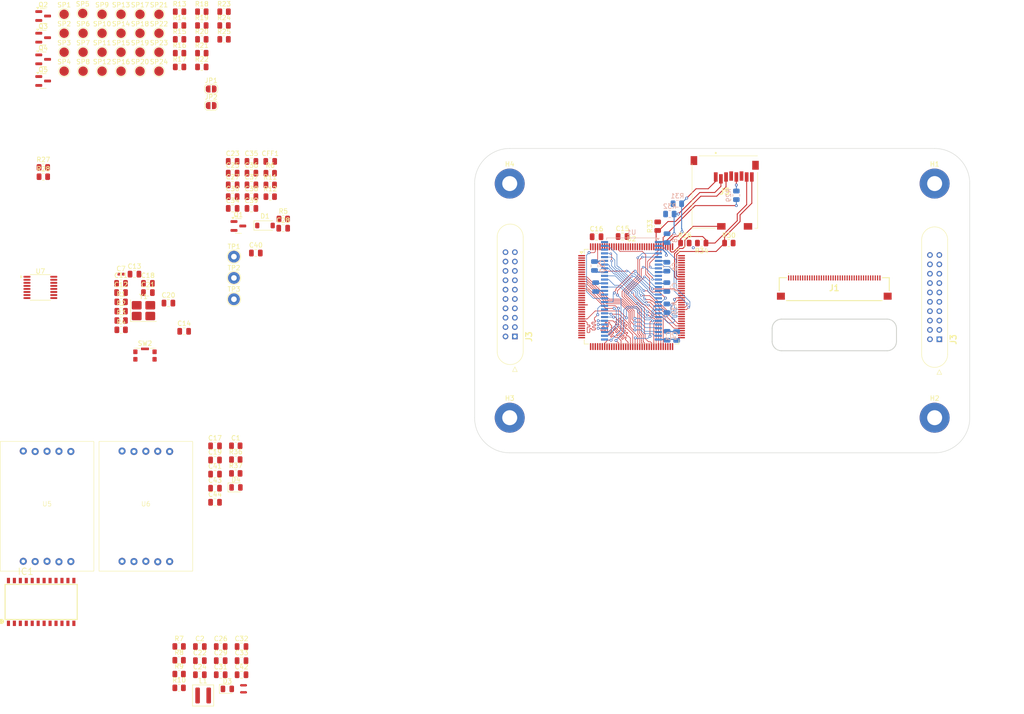
<source format=kicad_pcb>
(kicad_pcb (version 20241229) (generator "pcbnew") (generator_version "9.0")
  (layers (0 "F.Cu" signal) (4 "In1.Cu" signal) (6 "In2.Cu" signal) (2 "B.Cu" signal) (13 "F.Paste" user) (15 "B.Paste" user) (5 "F.SilkS" user "F.Silkscreen") (7 "B.SilkS" user "B.Silkscreen") (1 "F.Mask" user) (3 "B.Mask" user) (25 "Edge.Cuts" user))
  (net 0 "")
  (net 1 "GND")
  (net 2 "/MCU/nRST")
  (net 3 "+3V3")
  (net 4 "Net-(C12-Pad1)")
  (net 5 "/MCU/OSC_IN")
  (net 6 "/Power/VCC")
  (net 7 "/Power/BOOT0")
  (net 8 "/Power/SW")
  (net 9 "+3.3VA")
  (net 10 "/Power/FB")
  (net 12 "Net-(D1-A)")
  (net 13 "Net-(U3-VCC)")
  (net 14 "BUTTON_TS_ON")
  (net 15 "LED_R2D")
  (net 16 "LED_TS_OFF")
  (net 17 "LED_IMD_FAULT")
  (net 18 "LED_TS_ON")
  (net 19 "Net-(J4-Pin_6)")
  (net 20 "TSAL.DASH.EXC")
  (net 21 "Net-(J4-Pin_7)")
  (net 22 "BUTTON_R2D")
  (net 23 "LED_AMS_FAULT")
  (net 24 "BUTTON_SELF_DESTRUCT+")
  (net 25 "BUTTON_SELF_DESTRUCT-")
  (net 26 "+GLV")
  (net 27 "Net-(Q2-D)")
  (net 28 "Net-(Q3-D)")
  (net 29 "Net-(Q4-D)")
  (net 30 "Net-(Q5-D)")
  (net 31 "/MCU/OSC_OUT")
  (net 32 "/MCU/nRESET")
  (net 33 "/MCU/BOOT0")
  (net 34 "Net-(SW1-B)")
  (net 35 "/Power/PG0")
  (net 36 "+12V")
  (net 37 "Net-(R15-Pad2)")
  (net 38 "Net-(R16-Pad2)")
  (net 40 "Net-(R17-Pad2)")
  (net 41 "Net-(R18-Pad2)")
  (net 42 "Net-(R19-Pad2)")
  (net 43 "Net-(R20-Pad2)")
  (net 44 "Net-(R22-Pad1)")
  (net 51 "/7-Segment/SDA")
  (net 52 "/7-Segment/SCL")
  (net 53 "/MCU/RAM_D3")
  (net 54 "/MCU/RAM_A8")
  (net 55 "/MCU/RAM_A0")
  (net 56 "/MCU/RAM_D2")
  (net 57 "/MCU/RAM_D6")
  (net 58 "/MCU/RAM_A2")
  (net 59 "/MCU/RAM_CKE")
  (net 60 "/MCU/RAM_A6")
  (net 61 "/MCU/RAM_WE")
  (net 62 "/MCU/RAM_NBL1")
  (net 63 "/MCU/RAM_RAS")
  (net 64 "/MCU/RAM_A7")
  (net 65 "/MCU/RAM_D9")
  (net 66 "/MCU/RAM_BA1")
  (net 67 "/MCU/RAM_D5")
  (net 68 "/MCU/RAM_D13")
  (net 69 "/MCU/RAM_BA0")
  (net 70 "/MCU/RAM_D1")
  (net 71 "/MCU/RAM_CLK")
  (net 73 "/MCU/RAM_A4")
  (net 74 "/MCU/RAM_A11")
  (net 75 "/MCU/RAM_A9")
  (net 76 "/MCU/RAM_D14")
  (net 77 "/MCU/RAM_D0")
  (net 78 "/MCU/RAM_D15")
  (net 79 "/MCU/RAM_D10")
  (net 80 "/MCU/RAM_D12")
  (net 81 "/MCU/RAM_A3")
  (net 82 "/MCU/RAM_A5")
  (net 83 "/MCU/RAM_D8")
  (net 84 "/MCU/RAM_D7")
  (net 85 "/MCU/RAM_D11")
  (net 86 "/MCU/RAM_CAS")
  (net 88 "/MCU/RAM_CS{slash}NE")
  (net 89 "/MCU/RAM_A1")
  (net 90 "/MCU/RAM_NBL0")
  (net 91 "/MCU/RAM_A10")
  (net 92 "/MCU/RAM_D4")
  (net 95 "/MCU/LCD_DE")
  (net 98 "/MCU/CAN2_RX")
  (net 99 "/MCU/LCD_B2")
  (net 103 "/MCU/CAN2_TX")
  (net 109 "/MCU/CAN1_TX")
  (net 114 "/MCU/LCD_B6")
  (net 118 "/MCU/LCD_B5")
  (net 119 "/MCU/LCD_R5")
  (net 120 "/MCU/LCD_R4")
  (net 122 "/MCU/LCD_HSYNC")
  (net 123 "/MCU/LCD_G5")
  (net 125 "/MCU/LCD_R7")
  (net 126 "/MCU/LCD_G3")
  (net 127 "Net-(U2-VCAP_2)")
  (net 128 "/MCU/LCD_G7")
  (net 129 "/MCU/LCD_G2")
  (net 130 "/MCU/LCD_G4")
  (net 135 "Net-(U2-VCAP_1)")
  (net 137 "/MCU/LCD_B3")
  (net 138 "/MCU/LCD_R6")
  (net 140 "/MCU/LCD_DCLK")
  (net 142 "/MCU/LCD_B4")
  (net 143 "/MCU/LCD_R3")
  (net 144 "/MCU/CAN1_RX")
  (net 145 "/MCU/LCD_VSYNC")
  (net 146 "/MCU/LCD_G6")
  (net 147 "/MCU/LCD_B7")
  (net 149 "/MCU/LCD_R2")
  (net 150 "+GLV_PROT")
  (net 151 "/MCU/SD_CARD_DETECT")
  (net 152 "/MCU/I2C_SDA")
  (net 153 "/MCU/I2C_SCL")
  (net 154 "Net-(J5-CLK)")
  (net 155 "/MCU/SD_CK")
  (net 156 "/MCU/SD_D1")
  (net 157 "/MCU/SD_D2")
  (net 158 "/MCU/SD_D3")
  (net 159 "/MCU/SD_CMD")
  (net 160 "/MCU/SD_D0")
  (net 164 "/MCU/TOUCH_BUSY")
  (net 165 "BACKLIGHT_PWM")
  (net 166 "/MCU/SPI2_MOSI")
  (net 168 "/MCU/TOUCH_IRQ")
  (net 170 "/MCU/SPI2_SCK")
  (net 172 "/MCU/SPI2_MISO")
  (net 173 "/MCU/SPI2_CS")
  (net 174 "/MCU/LCD_DISP")
  (net 175 "/MCU/LCD_YD")
  (net 176 "/MCU/LCD_XR")
  (net 177 "/MCU/LCD_YU")
  (net 178 "/MCU/LCD_XL")
  (net 179 "Net-(U3-CSN)")
  (net 180 "Net-(D2-K)")
  (net 181 "Net-(C31-Pad1)")
  (net 182 "BACKLIGHT_A")
  (net 183 "BACKLIGHT_K")
  (net 184 "/MCU/rob_led!")
  (net 185 "Net-(D4-K)")
  (net 189 "/7-Segment/b")
  (net 190 "/7-Segment/c")
  (net 191 "/7-Segment/Dp")
  (net 195 "/7-Segment/e")
  (net 196 "/7-Segment/d")
  (net 199 "/7-Segment/g")
  (net 201 "/7-Segment/f")
  (net 203 "/7-Segment/digit1")
  (net 204 "/7-Segment/a")
  (net 205 "/7-Segment/digit0")
  (net 206 "/I/O/R2D.BUTTON.GND")
  (net 207 "/I/O/SPARE.BUTTON.GND")
  (net 208 "/I/O/TS.ON.BUTTON.GND")
  (net 209 "/I/O/CAN.C.L")
  (net 210 "/I/O/TS.ON.LED.GND")
  (net 211 "/I/O/CAN.F.L")
  (net 212 "/I/O/CAN.F.H")
  (net 213 "/I/O/SPARE.LED.GND")
  (net 214 "/I/O/R2D.LED.GND")
  (net 215 "/I/O/IMD.LED.SIG")
  (net 216 "/I/O/TSAL.GREEN.DASH.LED.GND")
  (net 217 "/I/O/CAN.C.H")
  (net 218 "Net-(D2-A)")
  (net 219 "Net-(U3-COMP)")
  (net 229 "/I/O/AMS.LED.SIG")
  (footprint "Capacitor_SMD:C_0805_2012Metric" (layer "F.Cu") (at 69.43 63.89)
    (property "Reference" "C30")
    (property "Value" "0.1uF")
  )
  (footprint "Resistor_SMD:R_0805_2012Metric" (layer "F.Cu") (at 57.995 165.845)
    (property "Reference" "R9")
    (property "Value" "3R3")
  )
  (footprint "TestPoint:TestPoint_Pad_D2.0mm" (layer "F.Cu") (at 45.59 24.94)
    (property "Reference" "SP13")
    (property "Value" "Solder Pad")
  )
  (footprint "TestPoint:TestPoint_Pad_D2.0mm" (layer "F.Cu") (at 41.54 28.99)
    (property "Reference" "SP10")
    (property "Value" "Solder Pad")
  )
  (footprint "Capacitor_SMD:C_0805_2012Metric" (layer "F.Cu") (at 65.665 126.155)
    (property "Reference" "C43")
    (property "Value" "100n")
  )
  (footprint "Resistor_SMD:R_0805_2012Metric" (layer "F.Cu") (at 45.61 92.33)
    (property "Reference" "R4")
    (property "Value" "10K")
  )
  (footprint "Capacitor_SMD:C_0805_2012Metric" (layer "F.Cu") (at 55.71 86.62)
    (property "Reference" "C20")
    (property "Value" "100nF")
  )
  (footprint "SUFST:M80-5102042" (layer "F.Cu") (at 220.35 94.35 90)
    (property "Reference" "J3")
    (property "Value" "M80-5102042" (hide yes))
  )
  (footprint "Resistor_SMD:R_0805_2012Metric" (layer "F.Cu") (at 67.59 27.34)
    (property "Reference" "R24")
    (property "Value" "0")
  )
  (footprint "Resistor_SMD:R_0805_2012Metric" (layer "F.Cu") (at 80.24 68.65)
    (property "Reference" "R5")
    (property "Value" "100k")
  )
  (footprint "Resistor_SMD:R_0805_2012Metric" (layer "F.Cu") (at 67.59 30.29)
    (property "Reference" "R25")
    (property "Value" "0")
  )
  (footprint "Capacitor_SMD:C_0805_2012Metric" (layer "F.Cu") (at 71.325 165.995)
    (property "Reference" "C42")
    (property "Value" "1nF")
  )
  (footprint "Resistor_SMD:R_0805_2012Metric" (layer "F.Cu") (at 58.09 33.24)
    (property "Reference" "R16")
    (property "Value" "1K")
  )
  (footprint "TestPoint:TestPoint_Pad_D2.0mm" (layer "F.Cu") (at 37.4 24.75)
    (property "Reference" "SP5")
    (property "Value" "Solder Pad")
  )
  (footprint "TestPoint:TestPoint_Pad_D2.0mm" (layer "F.Cu") (at 33.44 33.04)
    (property "Reference" "SP3")
    (property "Value" "Solder Pad")
  )
  (footprint "TestPoint:TestPoint_Pad_D2.0mm" (layer "F.Cu") (at 37.49 28.99)
    (property "Reference" "SP6")
    (property "Value" "Solder Pad")
  )
  (footprint "Capacitor_SMD:C_0805_2012Metric" (layer "F.Cu") (at 73.44 63.89)
    (property "Reference" "C38")
    (property "Value" "1uF")
  )
  (footprint "Capacitor_SMD:C_0805_2012Metric" (layer "F.Cu") (at 65.665 123.145)
    (property "Reference" "C41")
    (property "Value" "10u")
  )
  (footprint "Capacitor_SMD:C_0805_2012Metric" (layer "F.Cu") (at 62.425 159.975)
    (property "Reference" "C2")
    (property "Value" "100nF")
  )
  (footprint "LED_SMD:LED_0805_2012Metric" (layer "F.Cu") (at 70.135 125.99)
    (property "Reference" "D4")
    (property "Value" "LED")
  )
  (footprint "TestPoint:TestPoint_THTPad_D2.5mm_Drill1.2mm" (layer "F.Cu") (at 69.7 85.8)
    (property "Reference" "TP3")
    (property "Value" "TestPoint")
  )
  (footprint "SUFST:M80-5102042" (layer "F.Cu") (at 129.7 93.75 90)
    (property "Reference" "J3")
    (property "Value" "M80-5102042" (hide yes))
  )
  (footprint "Capacitor_SMD:C_0402_1005Metric" (layer "F.Cu") (at 45.59 80.44)
    (property "Reference" "C7")
    (property "Value" "68nF")
  )
  (footprint "Resistor_SMD:R_0805_2012Metric" (layer "F.Cu") (at 160.2 70.2 90)
    (property "Reference" "R33")
    (property "Value" "47k")
  )
  (footprint "Capacitor_SMD:C_0805_2012Metric" (layer "F.Cu") (at 59.07 92.65)
    (property "Reference" "C14")
    (property "Value" "4.7uF")
  )
  (footprint "Resistor_SMD:R_0805_2012Metric" (layer "F.Cu") (at 28.995 57.64)
    (property "Reference" "R27")
    (property "Value" "2.2K")
  )
  (footprint "Resistor_SMD:R_0805_2012Metric" (layer "F.Cu") (at 175.4 73.8)
    (property "Reference" "R30")
    (property "Value" "47k")
  )
  (footprint "TestPoint:TestPoint_Pad_D2.0mm" (layer "F.Cu") (at 45.59 28.99)
    (property "Reference" "SP14")
    (property "Value" "Solder Pad")
  )
  (footprint "Resistor_SMD:R_0805_2012Metric" (layer "F.Cu") (at 62.84 27.34)
    (property "Reference" "R19")
    (property "Value" "1K")
  )
  (footprint "Capacitor_SMD:C_0805_2012Metric" (layer "F.Cu") (at 66.875 159.975)
    (property "Reference" "C26")
    (property "Value" "0.1uF")
  )
  (footprint "TestPoint:TestPoint_THTPad_D2.5mm_Drill1.2mm" (layer "F.Cu") (at 69.7 76.7)
    (property "Reference" "TP1")
    (property "Value" "TestPoint")
  )
  (footprint "TestPoint:TestPoint_Pad_D2.0mm" (layer "F.Cu") (at 37.49 37.09)
    (property "Reference" "SP8")
    (property "Value" "Solder Pad")
  )
  (footprint "Resistor_SMD:R_0805_2012Metric" (layer "F.Cu") (at 70.095 120.045)
    (property "Reference" "R36")
    (property "Value" "50K")
  )
  (footprint "TestPoint:TestPoint_Pad_D2.0mm" (layer "F.Cu") (at 41.54 24.94)
    (property "Reference" "SP9")
    (property "Value" "Solder Pad")
  )
  (footprint "TestPoint:TestPoint_Pad_D2.0mm" (layer "F.Cu") (at 49.64 28.99)
    (property "Reference" "SP18")
    (property "Value" "Solder Pad")
  )
  (footprint "sufst-lib:Generic 7 seg 20mmx27.7mm" (layer "F.Cu") (at 50.89 130.02)
    (property "Reference" "U6")
    (property "Value" "~")
  )
  (footprint "Capacitor_SMD:C_0805_2012Metric" (layer "F.Cu") (at 65.665 120.135)
    (property "Reference" "C19")
    (property "Value" "2.2u")
  )
  (footprint "Package_TO_SOT_SMD:SOT-23" (layer "F.Cu") (at 28.96 34.565)
    (property "Reference" "Q4")
    (property "Value" "XP262N7002TR-G")
  )
  (footprint "Resistor_SMD:R_0805_2012Metric" (layer "F.Cu") (at 57.995 159.945)
    (property "Reference" "R7")
    (property "Value" "100R")
  )
  (footprint "TestPoint:TestPoint_Pad_D2.0mm" (layer "F.Cu") (at 49.64 33.04)
    (property "Reference" "SP19")
    (property "Value" "Solder Pad")
  )
  (footprint "TestPoint:TestPoint_Pad_D2.0mm" (layer "F.Cu") (at 33.44 24.94)
    (property "Reference" "SP1")
    (property "Value" "Solder Pad")
  )
  (footprint "sufst-lib:HT16K33" (layer "F.Cu") (at 28.529 150.445)
    (property "Reference" "IC1")
    (property "Value" "HT16K33")
    (property "VALUE" "HTK16K33" (hide yes))
  )
  (footprint "Capacitor_SMD:C_0805_2012Metric" (layer "F.Cu") (at 71.325 159.975)
    (property "Reference" "C32")
    (property "Value" "470nF")
  )
  (footprint "TestPoint:TestPoint_Pad_D2.0mm" (layer "F.Cu") (at 53.69 37.09)
    (property "Reference" "SP24")
    (property "Value" "Solder Pad")
  )
  (footprint "Capacitor_SMD:C_0805_2012Metric" (layer "F.Cu") (at 147.15 72.45)
    (property "Reference" "C16")
    (property "Value" "4.7uF")
  )
  (footprint "Capacitor_SMD:C_0805_2012Metric" (layer "F.Cu") (at 62.425 165.995)
    (property "Reference" "C24")
    (property "Value" "1uF")
  )
  (footprint "Jumper:SolderJumper-2_P1.3mm_Open_RoundedPad1.0x1.5mm" (layer "F.Cu") (at 64.84 40.89)
    (property "Reference" "JP1")
    (property "Value" "SolderJumper_2_Open")
  )
  (footprint "Jumper:SolderJumper-2_P1.3mm_Open_RoundedPad1.0x1.5mm" (layer "F.Cu") (at 64.84 44.44)
    (property "Reference" "JP2")
    (property "Value" "SolderJumper_2_Open")
  )
  (footprint "TestPoint:TestPoint_Pad_D2.0mm" (layer "F.Cu") (at 41.54 33.04)
    (property "Reference" "SP11")
    (property "Value" "Solder Pad")
  )
  (footprint "TestPoint:TestPoint_Pad_D2.0mm" (layer "F.Cu") (at 33.44 37.09)
    (property "Reference" "SP4")
    (property "Value" "Solder Pad")
  )
  (footprint "Capacitor_SMD:C_0805_2012Metric" (layer "F.Cu") (at 73.44 61.38)
    (property "Reference" "C37")
    (property "Value" "22uF")
  )
  (footprint "Capacitor_SMD:C_0805_2012Metric" (layer "F.Cu") (at 73.44 58.87)
    (property "Reference" "C36")
    (property "Value" "22uF")
  )
  (footprint "Capacitor_SMD:C_0805_2012Metric" (layer "F.Cu") (at 65.665 129.165)
    (property "Reference" "C44")
    (property "Value" "100n")
  )
  (footprint "TestPoint:TestPoint_Pad_D2.0mm" (layer "F.Cu") (at 37.49 33.04)
    (property "Reference" "SP7")
    (property "Value" "Solder Pad")
  )
  (footprint "Resistor_SMD:R_0805_2012Metric" (layer "F.Cu") (at 45.61 86.36)
    (property "Reference" "R1")
    (property "Value" "100K")
  )
  (footprint "Resistor_SMD:R_0805_2012Metric" (layer "F.Cu") (at 57.995 162.895)
    (property "Reference" "R8")
    (property "Value" "100R")
  )
  (footprint "Resistor_SMD:R_0805_2012Metric" (layer "F.Cu") (at 77.45 58.87)
    (property "Reference" "R6")
    (property "Value" "100k")
  )
  (footprint "Capacitor_SMD:C_0805_2012Metric" (layer "F.Cu") (at 152.7 72.4)
    (property "Reference" "C15")
    (property "Value" "1uF")
  )
  (footprint "Package_QFP:LQFP-144_20x20mm_P0.5mm" (layer "F.Cu") (at 154.625 85.25)
    (property "Reference" "U2")
    (property "Value" "STM32F746ZGTx")
  )
  (footprint "Resistor_SMD:R_0805_2012Metric" (layer "F.Cu") (at 77.45 61.38)
    (property "Reference" "R11")
    (property "Value" "100k")
  )
  (footprint "TestPoint:TestPoint_Pad_D2.0mm" (layer "F.Cu") (at 53.69 24.94)
    (property "Reference" "SP21")
    (property "Value" "Solder Pad")
  )
  (footprint "TestPoint:TestPoint_Pad_D2.0mm" (layer "F.Cu") (at 45.59 37.09)
    (property "Reference" "SP16")
    (property "Value" "Solder Pad")
  )
  (footprint "Capacitor_SMD:C_0805_2012Metric" (layer "F.Cu") (at 74.38 75.93)
    (property "Reference" "C40")
    (property "Value" "0.1u")
  )
  (footprint "Capacitor_SMD:C_0805_2012Metric" (layer "F.Cu") (at 80.22 70.63)
    (property "Reference" "C28")
    (property "Value" "10uF")
  )
  (footprint "Resistor_SMD:R_0805_2012Metric" (layer "F.Cu") (at 62.84 33.24)
    (property "Reference" "R21")
    (property "Value" "10k")
  )
  (footprint "SUFST:XF2M40151A" (layer "F.Cu") (at 197.915 83.65)
    (property "Reference" "J1")
    (property "Value" "XF2M-4015-1A" (hide yes))
  )
  (footprint "Capacitor_SMD:C_0805_2012Metric" (layer "F.Cu") (at 69.43 56.36)
    (property "Reference" "C23")
    (property "Value" "10uF")
  )
  (footprint "Capacitor_SMD:C_0805_2012Metric" (layer "F.Cu") (at 45.59 82.41)
    (property "Reference" "C11")
    (property "Value" "100n")
  )
  (footprint "Inductor_SMD:L_Coilcraft_XAL4020-XXX" (layer "F.Cu") (at 63.125 170.425)
    (property "Reference" "L1")
    (property "Value" "22uH")
  )
  (footprint "Crystal:Crystal_SMD_3225-4Pin_3.2x2.5mm_HandSoldering" (layer "F.Cu") (at 50.385 88.235)
    (property "Reference" "Y1")
    (property "Value" "25MHz")
  )
  (footprint "Capacitor_SMD:C_0805_2012Metric" (layer "F.Cu") (at 51.33 84.38)
    (property "Reference" "C21")
    (property "Value" "100nF")
  )
  (footprint "Capacitor_SMD:C_0805_2012Metric" (layer "F.Cu") (at 45.59 84.38)
    (property "Reference" "C12")
    (property "Value" "4.7pF")
  )
  (footprint "Resistor_SMD:R_0805_2012Metric" (layer "F.Cu") (at 57.995 168.795)
    (property "Reference" "R10")
    (property "Value" "1M")
  )
  (footprint "Resistor_SMD:R_0805_2012Metric" (layer "F.Cu") (at 62.84 24.39)
    (property "Reference" "R18")
    (property "Value" "1K")
  )
  (footprint "Diode_SMD:D_SOD-123" (layer "F.Cu") (at 76.33 70.055)
    (property "Reference" "D1")
    (property "Value" "BZT52B10")
  )
  (footprint "Package_TO_SOT_SMD:SOT-23" (layer "F.Cu") (at 28.96 29.94)
    (property "Reference" "Q3")
    (property "Value" "XP262N7002TR-G")
  )
  (footprint "MountingHole:MountingHole_3.2mm_M3_Pad_TopBottom" (layer "F.Cu") (at 128.6 61.1)
    (property "Reference" "H4")
    (property "Value" "MountingHole_Pad")
  )
  (footprint "Capacitor_SMD:C_0805_2012Metric" (layer "F.Cu") (at 66.875 162.985)
    (property "Reference" "C29")
    (property "Value" "1nF")
  )
  (footprint "Resistor_SMD:R_0805_2012Metric" (layer "F.Cu") (at 58.09 30.29)
    (property "Reference" "R15")
    (property "Value" "1K")
  )
  (footprint "Package_SO:TSSOP-16_4.4x5mm_P0.65mm" (layer "F.Cu") (at 28.3625 83.275)
    (property "Reference" "U7")
    (property "Value" "XPT2046TS")
  )
  (footprint "Button_Switch_SMD:SW_SPST_CK_KMS2xxGP" (layer "F.Cu") (at 50.7 97.825)
    (property "Reference" "SW2")
    (property "Value" "PTS647Sx38")
  )
  (footprint "TestPoint:TestPoint_Pad_D2.0mm" (layer "F.Cu") (at 41.54 37.09)
    (property "Reference" "SP12")
    (property "Value" "Solder Pad")
  )
  (footprint "sufst-lib:Generic 7 seg 20mmx27.7mm" (layer "F.Cu") (at 29.79 130.02)
    (property "Reference" "U5")
    (property "Value" "~")
  )
  (footprint "MountingHole:MountingHole_3.2mm_M3_Pad_TopBottom" (layer "F.Cu") (at 219.35 61.1)
    (property "Reference" "H1")
    (property "Value" "MountingHole_Pad")
  )
  (footprint "Capacitor_SMD:C_0805_2012Metric" (layer "F.Cu") (at 77.45 56.36)
    (property "Reference" "CFF1")
    (property "Value" "22uF")
  )
  (footprint "Capacitor_SMD:C_0805_2012Metric" (layer "F.Cu") (at 51.33 82.41)
    (property "Reference" "C18")
    (property "Value" "100nF")
  )
  (footprint "TestPoint:TestPoint_Pad_D2.0mm" (layer "F.Cu") (at 49.64 24.94)
    (property "Reference" "SP17")
    (property "Value" "Solder Pad")
  )
  (footprint "TestPoint:TestPoint_Pad_D2.0mm" (layer "F.Cu") (at 45.59 33.04)
    (property "Reference" "SP15")
    (property "Value" "Solder Pad")
  )
  (footprint "Capacitor_SMD:C_0805_2012Metric" (layer "F.Cu") (at 73.44 66.4)
    (property "Reference" "C39")
    (property "Value" "10nF")
  )
  (footprint "MountingHole:MountingHole_3.2mm_M3_Pad_TopBottom" (layer "F.Cu") (at 219.35 111.1)
    (property "Reference" "H2")
    (property "Value" "MountingHole_Pad")
  )
  (footprint "Resistor_SMD:R_0805_2012Metric" (layer "F.Cu") (at 58.09 27.34)
    (property "Reference" "R14")
    (property "Value" "10k")
  )
  (footprint "MountingHole:MountingHole_3.2mm_M3_Pad_TopBottom" (layer "F.Cu") (at 128.6 111.1)
    (property "Reference" "H3")
    (property "Value" "MountingHole_Pad")
  )
  (footprint "Resistor_SMD:R_0805_2012Metric" (layer "F.Cu") (at 62.84 30.29)
    (property "Reference" "R20")
    (property "Value" "1K")
  )
  (footprint "Resistor_SMD:R_0805_2012Metric" (layer "F.Cu") (at 67.59 24.39)
    (property "Reference" "R23")
    (property "Value" "10k")
  )
  (footprint "Capacitor_SMD:C_0805_2012Metric" (layer "F.Cu") (at 66.875 165.995)
    (property "Reference" "C31")
    (property "Value" "1nF")
  )
  (footprint "LED_SMD:LED_0805_2012Metric" (layer "F.Cu") (at 68.295 169.02)
    (property "Reference" "D3")
    (property "Value" "LED")
  )
  (footprint "Capacitor_SMD:C_0805_2012Metric" (layer "F.Cu") (at 62.425 162.985)
    (property "Reference" "C22")
    (property "Value" "10uF")
  )
  (footprint "Resistor_SMD:R_0805_2012Metric" (layer "F.Cu") (at 45.61 88.35)
    (property "Reference" "R2")
    (property "Value" "1.3K")
  )
  (footprint "Resistor_SMD:R_0805_2012Metric" (layer "F.Cu") (at 58.09 24.39)
    (property "Reference" "R13")
    (property "Value" "10k")
  )
  (footprint "Package_TO_SOT_SMD:SOT-23" (layer "F.Cu") (at 28.96 25.315)
    (property "Reference" "Q2")
    (property "Value" "XP262N7002TR-G")
  )
  (footprint "Resistor_SMD:R_0805_2012Metric" (layer "F.Cu") (at 70.095 117.095)
    (property "Reference" "C1")
    (property "Value" "10u")
  )
  (footprint "Capacitor_SMD:C_0805_2012Metric" (layer "F.Cu") (at 69.43 61.38)
    (property "Reference" "C27")
    (property "Value" "1uF")
  )
  (footprint "Resistor_SMD:R_0805_2012Metric" (layer "F.Cu") (at 62.84 36.19)
    (property "Reference" "R22")
    (property "Value" "10k")
  )
  (footprint "Capacitor_SMD:C_0805_2012Metric" (layer "F.Cu") (at 73.44 56.36)
    (property "Reference" "C35")
    (property "Value" "22uF")
  )
  (footprint "Capacitor_SMD:C_0805_2012Metric" (layer "F.Cu") (at 69.43 66.4)
    (property "Reference" "C34")
    (property "Value" "22uF")
  )
  (footprint "Resistor_SMD:R_0805_2012Metric" (layer "F.Cu") (at 70.095 122.995)
    (property "Reference" "R37")
    (property "Value" "200")
  )
  (footprint "Package_TO_SOT_SMD:SOT-23" (layer "F.Cu") (at 28.96 39.19)
    (property "Reference" "Q5")
    (property "Value" "XP262N7002TR-G")
  )
  (footprint "TestPoint:TestPoint_THTPad_D2.5mm_Drill1.2mm" (layer "F.Cu") (at 69.7 81.25)
    (property "Reference" "TP2")
    (property "Value" "TestPoint")
  )
  (footprint "Capacitor_SMD:C_0805_2012Metric" (layer "F.Cu") (at 65.665 117.125)
    (property "Reference" "C17")
    (property "Value" "2.2u")
  )
  (footprint "Capacitor_SMD:C_0805_2012Metric" (layer "F.Cu") (at 71.325 162.985)
    (property "Reference" "C33")
    (property "Value" "4.7uF")
  )
  (footprint "SUFST:MEM20610118800A" (layer "F.Cu") (at 180.3 59.6875 180)
    (property "Reference" "J5")
    (property "Value" "MEM2061-01-188-00-A" (hide yes))
  )
  (footprint "Package_TO_SOT_SMD:SOT-23" (layer "F.Cu") (at 70.65 70.155)
    (property "Reference" "Q1")
    (property "Value" "DMP510DL-7")
  )
  (footprint "TestPoint:TestPoint_Pad_D2.0mm" (layer "F.Cu") (at 53.69 28.99)
    (property "Reference" "SP22")
    (property "Value" "Solder Pad")
  )
  (footprint "NetTie:NetTie-2_SMD_Pad0.5mm" (layer "F.Cu") (at 71.75 169.75)
    (property "Reference" "NT2" (hide yes))
    (property "Value" "NetTie_2" (hide yes))
  )
  (footprint "Resistor_SMD:R_0805_2012Metric" (layer "F.Cu") (at 169.6 73.8 180)
    (property "Reference" "R34")
    (property "Value" "47k")
  )
  (footprint "TestPoint:TestPoint_Pad_D2.0mm" (layer "F.Cu") (at 49.64 37.09)
    (property "Reference" "SP20")
    (property "Value" "Solder Pad")
  )
  (footprint "Capacitor_SMD:C_0805_2012Metric" (layer "F.Cu") (at 69.43 58.87)
    (property "Reference" "C25")
    (property "Value" "220nF")
  )
  (footprint "Resistor_SMD:R_0805_2012Metric" (layer "F.Cu") (at 77.45 63.89)
    (property "Reference" "R12")
    (property "Value" "43.2k")
  )
  (footprint "Resistor_SMD:R_0805_2012Metric" (layer "F.Cu") (at 58.09 36.19)
    (property "Reference" "R17")
    (property "Value" "1K")
  )
  (footprint "TestPoint:TestPoint_Pad_D2.0mm" (layer "F.Cu") (at 53.69 33.04)
    (property "Reference" "SP23")
    (property "Value" "Solder Pad")
  )
  (footprint "Resistor_SMD:R_0805_2012Metric" (layer "F.Cu") (at 45.61 90.34)
    (property "Reference" "R3")
    (property "Value" "10K")
  )
  (footprint "Resistor_SMD:R_0805_2012Metric" (layer "F.Cu") (at 166 73.8)
    (property "Reference" "R26")
    (property "Value" "1k")
  )
  (footprint "Resistor_SMD:R_0805_2012Metric" (layer "F.Cu") (at 28.995 59.63)
    (property "Reference" "R28")
    (property "Value" "2.2K")
  )
  (footprint "NetTie:NetTie-2_SMD_Pad0.5mm" (layer "F.Cu") (at 71.75 168.25)
    (property "Reference" "NT1" (hide yes))
    (property "Value" "NetTie_2" (hide yes))
  )
  (footprint "TestPoint:TestPoint_Pad_D2.0mm" (layer "F.Cu") (at 33.44 28.99)
    (property "Reference" "SP2")
    (property "Value" "Solder Pad")
  )
  (footprint "Capacitor_SMD:C_0805_2012Metric" (layer "F.Cu") (at 48.46 80.44)
    (property "Reference" "C13")
    (property "Value" "4.7pF")
  )
  (footprint "Resistor_SMD:R_0805_2012Metric" (layer "B.Cu") (at 162.8 67.6 180)
    (property "Reference" "R32")
    (property "Value" "47k")
  )
  (footprint "Package_SO:TSOP-II-54_22.2x10.16mm_P0.8mm" (layer "B.Cu") (at 154.6 84 180)
    (property "Reference" "U1")
    (property "Value" "W9812G6KH-5")
  )
  (footprint "Resistor_SMD:R_0805_2012Metric" (layer "B.Cu") (at 177 63.6 -90)
    (property "Reference" "R29")
    (property "Value" "22R")
  )
  (footprint "Resistor_SMD:R_0805_2012Metric" (layer "B.Cu") (at 162.15 87.725 90)
    (property "Reference" "R35")
    (property "Value" "10k")
  )
  (footprint "Capacitor_SMD:C_0805_2012Metric" (layer "B.Cu") (at 146.95 83.2 -90)
    (property "Reference" "C9")
    (property "Value" "100nF")
  )
  (footprint "Capacitor_SMD:C_0805_2012Metric" (layer "B.Cu") (at 162.15 78.85 90)
    (property "Reference" "C6")
    (property "Value" "100nF")
  )
  (footprint "Capacitor_SMD:C_0805_2012Metric" (layer "B.Cu") (at 164.25 93.65 -90)
    (property "Reference" "C3")
    (property "Value" "2u2")
  )
  (footprint "Capacitor_SMD:C_0805_2012Metric" (layer "B.Cu") (at 162.2 72.75 90)
    (property "Reference" "C8")
    (property "Value" "100nF")
  )
  (footprint "Resistor_SMD:R_0805_2012Metric" (layer "B.Cu") (at 164.4 65.4 180)
    (property "Reference" "R31")
    (property "Value" "47k")
  )
  (footprint "Capacitor_SMD:C_0805_2012Metric" (layer "B.Cu") (at 162.15 83.2 90)
    (property "Reference" "C5")
    (property "Value" "100nF")
  )
  (footprint "Capacitor_SMD:C_0805_2012Metric" (layer "B.Cu") (at 146.7 78.7 90)
    (property "Reference" "C10")
    (property "Value" "2u2")
  )
  (footprint "Capacitor_SMD:C_0805_2012Metric" (layer "B.Cu") (at 162.2 93.6 90)
    (property "Reference" "C4")
    (property "Value" "100nF")
  )
  (gr_arc (start 211.2 94.8) (mid 210.614214 96.214214) (end 209.2 96.8) (stroke (width 0.2)) (layer "Edge.Cuts"))
  (gr_line (start 209.2 96.8) (end 186.65 96.8) (stroke (width 0.2)) (layer "Edge.Cuts"))
  (gr_arc (start 226.85 111.1) (mid 224.653301 116.403301) (end 219.35 118.6) (stroke (width 0.1)) (layer "Edge.Cuts"))
  (gr_arc (start 184.65 92.05) (mid 185.235786 90.635786) (end 186.65 90.05) (stroke (width 0.2)) (layer "Edge.Cuts"))
  (gr_line (start 186.65 90.05) (end 209.2 90.05) (stroke (width 0.2)) (layer "Edge.Cuts"))
  (gr_line (start 226.85 61.1) (end 226.85 111.1) (stroke (width 0.1)) (layer "Edge.Cuts"))
  (gr_arc (start 219.35 53.6) (mid 224.653301 55.796699) (end 226.85 61.1) (stroke (width 0.1)) (layer "Edge.Cuts"))
  (gr_arc (start 209.2 90.05) (mid 210.614214 90.635786) (end 211.2 92.05) (stroke (width 0.2)) (layer "Edge.Cuts"))
  (gr_arc (start 128.6 118.6) (mid 123.296699 116.403301) (end 121.1 111.1) (stroke (width 0.1)) (layer "Edge.Cuts"))
  (gr_line (start 211.2 92.05) (end 211.2 94.8) (stroke (width 0.2)) (layer "Edge.Cuts"))
  (gr_arc (start 121.1 61.1) (mid 123.296699 55.796699) (end 128.6 53.6) (stroke (width 0.1)) (layer "Edge.Cuts"))
  (gr_line (start 128.6 53.6) (end 219.35 53.6) (stroke (width 0.1)) (layer "Edge.Cuts"))
  (gr_arc (start 186.65 96.8) (mid 185.235786 96.214214) (end 184.65 94.8) (stroke (width 0.2)) (layer "Edge.Cuts"))
  (gr_line (start 219.35 118.6) (end 128.6 118.6) (stroke (width 0.1)) (layer "Edge.Cuts"))
  (gr_line (start 184.65 94.8) (end 184.65 92.05) (stroke (width 0.2)) (layer "Edge.Cuts"))
  (gr_line (start 121.1 111.1) (end 121.1 61.1) (stroke (width 0.1)) (layer "Edge.Cuts"))
  (segment (start 146.975 84) (end 146.95 83.975) (width 0.25) (layer "B.Cu") (net 1))
  (segment (start 147.05 80) (end 146.7 79.65) (width 0.25) (layer "B.Cu") (net 1))
  (segment (start 164.25 92.7) (end 162.325 92.7) (width 0.25) (layer "B.Cu") (net 1))
  (segment (start 161.675 77.6) (end 160.35 77.6) (width 0.25) (layer "B.Cu") (net 1))
  (segment (start 148.85 84) (end 146.975 84) (width 0.25) (layer "B.Cu") (net 1))
  (segment (start 148.85 80) (end 147.05 80) (width 0.25) (layer "B.Cu") (net 1))
  (segment (start 162.325 92.7) (end 162.2 92.825) (width 0.25) (layer "B.Cu") (net 1))
  (segment (start 162.15 78.075) (end 161.675 77.6) (width 0.25) (layer "B.Cu") (net 1))
  (segment (start 162.15 82.425) (end 160.375 82.425) (width 0.25) (layer "B.Cu") (net 1))
  (segment (start 160.375 82.425) (end 160.35 82.4) (width 0.25) (layer "B.Cu") (net 1))
  (via (at 162.05 76.4) (size 0.6) (drill 0.3) (layers "F.Cu" "B.Cu") (net 3))
  (via (at 167.8 74.8) (size 0.6) (drill 0.3) (layers "F.Cu" "B.Cu") (net 3))
  (segment (start 160.35 75.2) (end 161.286 75.2) (width 0.25) (layer "B.Cu") (net 3))
  (segment (start 162.15 79.625) (end 161.775 80) (width 0.25) (layer "B.Cu") (net 3))
  (segment (start 148.85 82.4) (end 146.975 82.4) (width 0.25) (layer "B.Cu") (net 3))
  (segment (start 160.35 94.4) (end 162.175 94.4) (width 0.25) (layer "B.Cu") (net 3))
  (segment (start 146.975 82.4) (end 146.95 82.425) (width 0.25) (layer "B.Cu") (net 3))
  (segment (start 162.15 83.975) (end 160.375 83.975) (width 0.25) (layer "B.Cu") (net 3))
  (segment (start 162.175 94.4) (end 162.2 94.375) (width 0.25) (layer "B.Cu") (net 3))
  (segment (start 160.425 73.525) (end 160.35 73.6) (width 0.25) (layer "B.Cu") (net 3))
  (segment (start 147.6 77.75) (end 147.75 77.6) (width 0.25) (layer "B.Cu") (net 3))
  (segment (start 164.025 94.375) (end 164.25 94.6) (width 0.25) (layer "B.Cu") (net 3))
  (segment (start 162.2 73.525) (end 160.425 73.525) (width 0.25) (layer "B.Cu") (net 3))
  (segment (start 161.775 80) (end 160.35 80) (width 0.25) (layer "B.Cu") (net 3))
  (segment (start 161.286 75.2) (end 162.05 75.964) (width 0.25) (layer "B.Cu") (net 3))
  (segment (start 146.7 77.75) (end 147.6 77.75) (width 0.25) (layer "B.Cu") (net 3))
  (segment (start 147.75 77.6) (end 148.85 77.6) (width 0.25) (layer "B.Cu") (net 3))
  (segment (start 160.375 83.975) (end 160.35 84) (width 0.25) (layer "B.Cu") (net 3))
  (segment (start 162.2 94.375) (end 164.025 94.375) (width 0.25) (layer "B.Cu") (net 3))
  (segment (start 162.05 75.964) (end 162.05 76.4) (width 0.25) (layer "B.Cu") (net 3))
  (segment (start 160.375 75.3765) (end 158.0615 77.69) (width 0.125) (layer "F.Cu") (net 53))
  (segment (start 158.0615 77.69) (end 158.0615 80.179756) (width 0.125) (layer "F.Cu") (net 53))
  (segment (start 158.0615 80.179756) (end 159.1 81.218256) (width 0.125) (layer "F.Cu") (net 53))
  (segment (start 160.375 74.5875) (end 160.375 75.3765) (width 0.125) (layer "F.Cu") (net 53))
  (segment (start 159.1 81.218256) (end 159.1 81.55) (width 0.125) (layer "F.Cu") (net 53))
  (via (at 159.1 81.55) (size 0.5) (drill 0.25) (layers "F.Cu" "B.Cu") (net 53))
  (segment (start 159.15 81.6) (end 160.35 81.6) (width 0.125) (layer "B.Cu") (net 53))
  (segment (start 159.1 81.55) (end 159.15 81.6) (width 0.125) (layer "B.Cu") (net 53))
  (segment (start 153.511667 92.882462) (end 153.322064 93.072064) (width 0.125) (layer "F.Cu") (net 54))
  (segment (start 151.34569 90.911843) (end 151.443367 90.814166) (width 0.125) (layer "F.Cu") (net 54))
  (segment (start 150.932032 90.682032) (end 150.88607 90.63607) (width 0.125) (layer "F.Cu") (net 54))
  (segment (start 154.375 95.9125) (end 154.375 94.125) (width 0.125) (layer "F.Cu") (net 54))
  (segment (start 151.736463 91.76211) (end 151.644475 91.670122) (width 0.125) (layer "F.Cu") (net 54))
  (segment (start 153.115286 93.140992) (end 153.023328 93.049034) (width 0.125) (layer "F.Cu") (net 54))
  (segment (start 152.563698 92.451566) (end 152.632631 92.38263) (width 0.125) (layer "F.Cu") (net 54))
  (segment (start 151.213556 90.584356) (end 151.115879 90.682032) (width 0.125) (layer "F.Cu") (net 54))
  (segment (start 153.322064 93.072064) (end 153.322066 93.072066) (width 0.125) (layer "F.Cu") (net 54))
  (segment (start 152.40282 92.15282) (end 152.402822 92.152822) (width 0.125) (layer "F.Cu") (net 54))
  (segment (start 151.253765 91.003765) (end 151.253767 91.003767) (width 0.125) (layer "F.Cu") (net 54))
  (segment (start 152.862444 92.612444) (end 152.793508 92.681377) (width 0.125) (layer "F.Cu") (net 54))
  (segment (start 150.654464 90.404464) (end 150.649997 90.399997) (width 0.125) (layer "F.Cu") (net 54))
  (segment (start 152.19602 92.221756) (end 152.104076 92.129812) (width 0.125) (layer "F.Cu") (net 54))
  (segment (start 153.551875 93.301876) (end 153.551877 93.301877) (width 0.125) (layer "F.Cu") (net 54))
  (segment (start 153.483813 93.369941) (end 153.551875 93.301876) (width 0.125) (layer "F.Cu") (net 54))
  (segment (start 152.104076 91.991944) (end 152.173009 91.923008) (width 0.125) (layer "F.Cu") (net 54))
  (segment (start 150.649997 90.399997) (end 147.500003 90.399997) (width 0.125) (layer "F.Cu") (net 54))
  (segment (start 150.88607 90.63607) (end 150.654464 90.404464) (width 0.125) (layer "F.Cu") (net 54))
  (segment (start 153.551877 93.301877) (end 153.741479 93.112274) (width 0.125) (layer "F.Cu") (net 54))
  (segment (start 151.713389 91.463389) (end 151.903003 91.273774) (width 0.125) (layer "F.Cu") (net 54))
  (segment (start 153.052067 92.422818) (end 152.862442 92.612442) (width 0.125) (layer "F.Cu") (net 54))
  (segment (start 153.281879 92.468782) (end 153.235915 92.422818) (width 0.125) (layer "F.Cu") (net 54))
  (segment (start 153.58368 93.605936) (end 153.483813 93.506069) (width 0.125) (layer "F.Cu") (net 54))
  (segment (start 147.500003 90.399997) (end 147.5 90.399994) (width 0.2) (layer "F.Cu") (net 54))
  (segment (start 152.655642 92.681378) (end 152.563698 92.589434) (width 0.125) (layer "F.Cu") (net 54))
  (segment (start 151.184845 91.072684) (end 151.253765 91.003765) (width 0.125) (layer "F.Cu") (net 54))
  (segment (start 151.673191 91.043962) (end 151.483576 91.233576) (width 0.125) (layer "F.Cu") (net 54))
  (segment (start 153.322066 93.072066) (end 153.253138 93.140991) (width 0.125) (layer "F.Cu") (net 54))
  (segment (start 151.644475 91.532298) (end 151.713387 91.463387) (width 0.125) (layer "F.Cu") (net 54))
  (segment (start 153.741479 92.928426) (end 153.695515 92.882462) (width 0.125) (layer "F.Cu") (net 54))
  (segment (start 153.092255 92.842255) (end 153.281879 92.65263) (width 0.125) (layer "F.Cu") (net 54))
  (segment (start 151.253767 91.003767) (end 151.34569 90.911843) (width 0.125) (layer "F.Cu") (net 54))
  (segment (start 152.173009 91.923008) (end 152.173011 91.923011) (width 0.125) (layer "F.Cu") (net 54))
  (segment (start 152.132835 91.503562) (end 151.943198 91.693198) (width 0.125) (layer "F.Cu") (net 54))
  (segment (start 152.173011 91.923011) (end 152.362647 91.733374) (width 0.125) (layer "F.Cu") (net 54))
  (segment (start 151.903003 91.089926) (end 151.857039 91.043962) (width 0.125) (layer "F.Cu") (net 54))
  (segment (start 151.9432 91.6932) (end 151.874287 91.76211) (width 0.125) (layer "F.Cu") (net 54))
  (segment (start 151.713387 91.463387) (end 151.713389 91.463389) (width 0.125) (layer "F.Cu") (net 54))
  (segment (start 154.375 94.125) (end 153.855936 93.605936) (width 0.125) (layer "F.Cu") (net 54))
  (segment (start 152.592457 91.963184) (end 152.40282 92.15282) (width 0.125) (layer "F.Cu") (net 54))
  (segment (start 152.822269 92.009148) (end 152.776305 91.963184) (width 0.125) (layer "F.Cu") (net 54))
  (segment (start 151.483576 91.233576) (end 151.483578 91.233578) (width 0.125) (layer "F.Cu") (net 54))
  (segment (start 152.862442 92.612442) (end 152.862444 92.612444) (width 0.125) (layer "F.Cu") (net 54))
  (segment (start 152.362647 91.549526) (end 152.316683 91.503562) (width 0.125) (layer "F.Cu") (net 54))
  (segment (start 152.632633 92.382633) (end 152.822269 92.192996) (width 0.125) (layer "F.Cu") (net 54))
  (segment (start 151.443367 90.630319) (end 151.397404 90.584356) (width 0.125) (layer "F.Cu") (net 54))
  (segment (start 152.402822 92.152822) (end 152.333886 92.221755) (width 0.125) (layer "F.Cu") (net 54))
  (segment (start 152.632631 92.38263) (end 152.632633 92.382633) (width 0.125) (layer "F.Cu") (net 54))
  (segment (start 153.023328 92.91118) (end 153.092253 92.842252) (width 0.125) (layer "F.Cu") (net 54))
  (segment (start 153.092253 92.842252) (end 153.092255 92.842255) (width 0.125) (layer "F.Cu") (net 54))
  (segment (start 151.483578 91.233578) (end 151.414657 91.302496) (width 0.125) (layer "F.Cu") (net 54))
  (segment (start 151.276819 91.302496) (end 151.184845 91.210522) (width 0.125) (layer "F.Cu") (net 54))
  (segment (start 151.943198 91.693198) (end 151.9432 91.6932) (width 0.125) (layer "F.Cu") (net 54))
  (via (at 147.5 90.399994) (size 0.6) (drill 0.3) (layers "F.Cu" "B.Cu") (net 54))
  (arc (start 151.644475 91.670122) (mid 151.615931 91.60121) (end 151.644475 91.532298) (width 0.125) (layer "F.Cu") (net 54))
  (arc (start 153.719808 93.605936) (mid 153.651743 93.634128) (end 153.58368 93.605936) (width 0.125) (layer "F.Cu") (net 54))
  (arc (start 152.104076 92.129812) (mid 152.075522 92.060877) (end 152.104076 91.991944) (width 0.125) (layer "F.Cu") (net 54))
  (arc (start 151.874287 91.76211) (mid 151.805375 91.790654) (end 151.736463 91.76211) (width 0.125) (layer "F.Cu") (net 54))
  (arc (start 151.184845 91.210522) (mid 151.156298 91.141603) (end 151.184845 91.072684) (width 0.125) (layer "F.Cu") (net 54))
  (arc (start 153.235915 92.422818) (mid 153.143991 92.384742) (end 153.052067 92.422818) (width 0.125) (layer "F.Cu") (net 54))
  (arc (start 151.414657 91.302496) (mid 151.345738 91.331043) (end 151.276819 91.302496) (width 0.125) (layer "F.Cu") (net 54))
  (arc (start 153.741479 93.112274) (mid 153.779555 93.02035) (end 153.741479 92.928426) (width 0.125) (layer "F.Cu") (net 54))
  (arc (start 153.855936 93.605936) (mid 153.787871 93.577742) (end 153.719808 93.605936) (width 0.125) (layer "F.Cu") (net 54))
  (arc (start 152.362647 91.733374) (mid 152.400723 91.64145) (end 152.362647 91.549526) (width 0.125) (layer "F.Cu") (net 54))
  (arc (start 152.563698 92.589434) (mid 152.535144 92.520499) (end 152.563698 92.451566) (width 0.125) (layer "F.Cu") (net 54))
  (arc (start 152.793508 92.681377) (mid 152.724575 92.709931) (end 152.655642 92.681378) (width 0.125) (layer "F.Cu") (net 54))
  (arc (start 153.483813 93.506069) (mid 153.455619 93.438004) (end 153.483813 93.369941) (width 0.125) (layer "F.Cu") (net 54))
  (arc (start 152.776305 91.963184) (mid 152.684381 91.925108) (end 152.592457 91.963184) (width 0.125) (layer "F.Cu") (net 54))
  (arc (start 153.281879 92.65263) (mid 153.319955 92.560706) (end 153.281879 92.468782) (width 0.125) (layer "F.Cu") (net 54))
  (arc (start 152.316683 91.503562) (mid 152.224759 91.465486) (end 152.132835 91.503562) (width 0.125) (layer "F.Cu") (net 54))
  (arc (start 152.822269 92.192996) (mid 152.860345 92.101072) (end 152.822269 92.009148) (width 0.125) (layer "F.Cu") (net 54))
  (arc (start 151.857039 91.043962) (mid 151.765115 91.005886) (end 151.673191 91.043962) (width 0.125) (layer "F.Cu") (net 54))
  (arc (start 153.253138 93.140991) (mid 153.184212 93.169542) (end 153.115286 93.140992) (width 0.125) (layer "F.Cu") (net 54))
  (arc (start 153.695515 92.882462) (mid 153.603591 92.844386) (end 153.511667 92.882462) (width 0.125) (layer "F.Cu") (net 54))
  (arc (start 153.023328 93.049034) (mid 152.994777 92.980106) (end 153.023328 92.91118) (width 0.125) (layer "F.Cu") (net 54))
  (arc (start 151.115879 90.682032) (mid 151.023955 90.720108) (end 150.932032 90.682032) (width 0.125) (layer "F.Cu") (net 54))
  (arc (start 152.333886 92.221755) (mid 152.264953 92.250309) (end 152.19602 92.221756) (width 0.125) (layer "F.Cu") (net 54))
  (arc (start 151.903003 91.273774) (mid 151.941079 91.18185) (end 151.903003 91.089926) (width 0.125) (layer "F.Cu") (net 54))
  (arc (start 151.397404 90.584356) (mid 151.30548 90.54628) (end 151.213556 90.584356) (width 0.125) (layer "F.Cu") (net 54))
  (arc (start 151.443367 90.814166) (mid 151.481443 90.722242) (end 151.443367 90.630319) (width 0.125) (layer "F.Cu") (net 54))
  (segment (start 148.849994 90.399994) (end 148.85 90.4) (width 0.2) (layer "B.Cu") (net 54))
  (segment (start 147.5 90.399994) (end 148.849994 90.399994) (width 0.125) (layer "B.Cu") (net 54))
  (segment (start 145.05 81) (end 149.8345 85.7845) (width 0.125) (layer "F.Cu") (net 55))
  (segment (start 152.6845 85.7845) (end 155.15 88.25) (width 0.125) (layer "F.Cu") (net 55))
  (segment (start 149.8345 85.7845) (end 152.6845 85.7845) (width 0.125) (layer "F.Cu") (net 55))
  (segment (start 143.9625 81) (end 145.05 81) (width 0.125) (layer "F.Cu") (net 55))
  (segment (start 155.15 89.704503) (end 155.3375 89.892003) (width 0.125) (layer "F.Cu") (net 55))
  (segment (start 155.15 88.25) (end 155.15 89.704503) (width 0.125) (layer "F.Cu") (net 55))
  (via (at 155.3375 89.892003) (size 0.6) (drill 0.3) (layers "F.Cu" "B.Cu") (net 55))
  (segment (start 155.3375 89.892003) (end 156.392003 89.892003) (width 0.125) (layer "B.Cu") (net 55))
  (segment (start 156.392003 89.892003) (end 157.55 91.05) (width 0.125) (layer "B.Cu") (net 55))
  (segment (start 160.2 91.05) (end 160.35 91.2) (width 0.125) (layer "B.Cu") (net 55))
  (segment (start 157.55 91.05) (end 160.2 91.05) (width 0.125) (layer "B.Cu") (net 55))
  (segment (start 158.625 78.925) (end 158.5 78.8) (width 0.125) (layer "F.Cu") (net 56))
  (segment (start 158.5 78.05) (end 160.875 75.675) (width 0.125) (layer "F.Cu") (net 56))
  (segment (start 158.5 78.8) (end 158.5 78.05) (width 0.125) (layer "F.Cu") (net 56))
  (segment (start 160.875 75.675) (end 160.875 74.5875) (width 0.125) (layer "F.Cu") (net 56))
  (via (at 158.625 78.925) (size 0.5) (drill 0.25) (layers "F.Cu" "B.Cu") (net 56))
  (segment (start 158.9 79.2) (end 160.35 79.2) (width 0.125) (layer "B.Cu") (net 56))
  (segment (start 158.625 78.925) (end 158.9 79.2) (width 0.125) (layer "B.Cu") (net 56))
  (segment (start 156.681369 88.399625) (end 156.702 88.420256) (width 0.125) (layer "F.Cu") (net 57))
  (segment (start 155.442232 86.947) (end 155.881478 86.947) (width 0.125) (layer "F.Cu") (net 57))
  (segment (start 153.426 84.930768) (end 155.442232 86.947) (width 0.125) (layer "F.Cu") (net 57))
  (segment (start 157.3385 95.876) (end 157.375 95.9125) (width 0.125) (layer "F.Cu") (net 57))
  (segment (start 156.702 88.420256) (end 156.702 92.906768) (width 0.125) (layer "F.Cu") (net 57))
  (segment (start 157.129 93.350774) (end 157.129 94.752058) (width 0.125) (layer "F.Cu") (net 57))
  (segment (start 157.3385 95.087) (end 157.3385 95.876) (width 0.125) (layer "F.Cu") (net 57))
  (segment (start 153.426 84.387488) (end 153.426 84.930768) (width 0.125) (layer "F.Cu") (net 57))
  (segment (start 156.702 79.3355) (end 156.702 81.111488) (width 0.125) (layer "F.Cu") (net 57))
  (segment (start 157.0875 78.95) (end 156.702 79.3355) (width 0.125) (layer "F.Cu") (net 57))
  (segment (start 157.0395 93.261274) (end 157.129 93.350774) (width 0.125) (layer "F.Cu") (net 57))
  (segment (start 156.681369 87.746891) (end 156.681369 88.399625) (width 0.125) (layer "F.Cu") (net 57))
  (segment (start 157.129 94.752058) (end 157.127 94.754058) (width 0.125) (layer "F.Cu") (net 57))
  (segment (start 157.127 94.754058) (end 157.127 94.843756) (width 0.125) (layer "F.Cu") (net 57))
  (segment (start 157.0395 93.244268) (end 157.0395 93.261274) (width 0.125) (layer "F.Cu") (net 57))
  (segment (start 156.702 92.906768) (end 157.0395 93.244268) (width 0.125) (layer "F.Cu") (net 57))
  (segment (start 155.881478 86.947) (end 156.681369 87.746891) (width 0.125) (layer "F.Cu") (net 57))
  (segment (start 156.702 81.111488) (end 153.426 84.387488) (width 0.125) (layer "F.Cu") (net 57))
  (segment (start 157.2145 94.963) (end 157.3385 95.087) (width 0.125) (layer "F.Cu") (net 57))
  (segment (start 157.127 94.843756) (end 157.2145 94.931256) (width 0.125) (layer "F.Cu") (net 57))
  (segment (start 157.2145 94.931256) (end 157.2145 94.963) (width 0.125) (layer "F.Cu") (net 57))
  (via (at 157.0875 78.95) (size 0.5) (drill 0.25) (layers "F.Cu" "B.Cu") (net 57))
  (segment (start 159.3 80.8) (end 160.35 80.8) (width 0.125) (layer "B.Cu") (net 57))
  (segment (start 157.0875 78.95) (end 157.45 78.95) (width 0.125) (layer "B.Cu") (net 57))
  (segment (start 157.45 78.95) (end 159.3 80.8) (width 0.125) (layer "B.Cu") (net 57))
  (segment (start 154.702 90.829932) (end 154.4 90.527932) (width 0.125) (layer "F.Cu") (net 58))
  (segment (start 155.3375 91.4875) (end 155.105506 91.255506) (width 0.125) (layer "F.Cu") (net 58))
  (segment (start 154.702 90.852) (end 154.702 90.829932) (width 0.125) (layer "F.Cu") (net 58))
  (segment (start 152.414432 86.4365) (end 149.4865 86.4365) (width 0.125) (layer "F.Cu") (net 58))
  (segment (start 155.105506 91.255506) (end 155.10409 91.255506) (width 0.125) (layer "F.Cu") (net 58))
  (segment (start 155.3375 91.542002) (end 155.3375 91.4875) (width 0.125) (layer "F.Cu") (net 58))
  (segment (start 154.774 90.925416) (end 154.774 90.924) (width 0.125) (layer "F.Cu") (net 58))
  (segment (start 155.10409 91.255506) (end 154.774 90.925416) (width 0.125) (layer "F.Cu") (net 58))
  (segment (start 154.774 90.924) (end 154.702 90.852) (width 0.125) (layer "F.Cu") (net 58))
  (segment (start 145.05 82) (end 143.9625 82) (width 0.125) (layer "F.Cu") (net 58))
  (segment (start 154.4 90.527932) (end 154.4 88.422068) (width 0.125) (layer "F.Cu") (net 58))
  (segment (start 154.4 88.422068) (end 152.414432 86.4365) (width 0.125) (layer "F.Cu") (net 58))
  (segment (start 149.4865 86.4365) (end 145.05 82) (width 0.125) (layer "F.Cu") (net 58))
  (via (at 155.3375 91.542002) (size 0.6) (drill 0.3) (layers "F.Cu" "B.Cu") (net 58))
  (segment (start 155.3375 91.542002) (end 156.379502 91.542002) (width 0.125) (layer "B.Cu") (net 58))
  (segment (start 157.4875 92.65) (end 160.2 92.65) (width 0.125) (layer "B.Cu") (net 58))
  (segment (start 160.2 92.65) (end 160.35 92.8) (width 0.125) (layer "B.Cu") (net 58))
  (segment (start 156.379502 91.542002) (end 157.4875 92.65) (width 0.125) (layer "B.Cu") (net 58))
  (segment (start 146.7 90.2) (end 146.7 89.8) (width 0.125) (layer "F.Cu") (net 59))
  (segment (start 144.782824 90.451) (end 145.15 90.818176) (width 0.125) (layer "F.Cu") (net 59))
  (segment (start 146.8 91.9) (end 146.47576 91.9) (width 0.125) (layer "F.Cu") (net 59))
  (segment (start 145.15 90.818176) (end 145.15 91.15) (width 0.125) (layer "F.Cu") (net 59))
  (segment (start 145.737402 91.47) (end 145.737402 91.55) (width 0.125) (layer "F.Cu") (net 59))
  (segment (start 146.123647 90.94) (end 146.123647 90.86) (width 0.125) (layer "F.Cu") (net 59))
  (segment (start 146.9 90.6) (end 146.9 90.4) (width 0.125) (layer "F.Cu") (net 59))
  (segment (start 146.283647 90.7) (end 146.8 90.7) (width 0.125) (layer "F.Cu") (net 59))
  (segment (start 143.9625 90.5) (end 144.25 90.5) (width 0.2) (layer "F.Cu") (net 59))
  (segment (start 146.8 91.1) (end 146.283647 91.1) (width 0.125) (layer "F.Cu") (net 59))
  (segment (start 144.25 90.5) (end 144.299 90.451) (width 0.2) (layer "F.Cu") (net 59))
  (segment (start 145.15 91.87) (end 145.15 92.811719) (width 0.125) (layer "F.Cu") (net 59))
  (segment (start 145.577402 91.71) (end 145.31 91.71) (width 0.125) (layer "F.Cu") (net 59))
  (segment (start 146.9 92.2) (end 146.9 92) (width 0.125) (layer "F.Cu") (net 59))
  (segment (start 146.11 92.172598) (end 146.11 92.19) (width 0.125) (layer "F.Cu") (net 59))
  (segment (start 146.47576 91.5) (end 146.8 91.5) (width 0.125) (layer "F.Cu") (net 59))
  (segment (start 146.28 92.36) (end 146.74 92.36) (width 0.125) (layer "F.Cu") (net 59))
  (segment (start 145.31 91.31) (end 145.577402 91.31) (width 0.125) (layer "F.Cu") (net 59))
  (segment (start 145.87 92.012598) (end 145.95 92.012598) (width 0.125) (layer "F.Cu") (net 59))
  (segment (start 146.7 89.8) (end 147.4 89.1) (width 0.125) (layer "F.Cu") (net 59))
  (segment (start 146.31576 91.74) (end 146.31576 91.66) (width 0.125) (layer "F.Cu") (net 59))
  (segment (start 145.71 92.777377) (end 145.71 92.172598) (width 0.125) (layer "F.Cu") (net 59))
  (segment (start 144.299 90.451) (end 144.782824 90.451) (width 0.2) (layer "F.Cu") (net 59))
  (segment (start 145.291085 92.937377) (end 145.55 92.937377) (width 0.125) (layer "F.Cu") (net 59))
  (segment (start 146.9 91.4) (end 146.9 91.2) (width 0.125) (layer "F.Cu") (net 59))
  (via (at 147.4 89.1) (size 0.6) (drill 0.3) (layers "F.Cu" "B.Cu") (net 59))
  (arc (start 145.15 92.811719) (mid 145.19678 92.901357) (end 145.291085 92.937377) (width 0.125) (layer "F.Cu") (net 59))
  (arc (start 145.577402 91.31) (mid 145.690539 91.356863) (end 145.737402 91.47) (width 0.125) (layer "F.Cu") (net 59))
  (arc (start 146.8 90.7) (mid 146.870711 90.670711) (end 146.9 90.6) (width 0.125) (layer "F.Cu") (net 59))
  (arc (start 146.11 92.19) (mid 146.156863 92.303137) (end 146.27 92.35) (width 0.125) (layer "F.Cu") (net 59))
  (arc (start 145.15 91.15) (mid 145.196863 91.263137) (end 145.31 91.31) (width 0.125) (layer "F.Cu") (net 59))
  (arc (start 146.31576 91.66) (mid 146.362623 91.546863) (end 146.47576 91.5) (width 0.125) (layer "F.Cu") (net 59))
  (arc (start 145.737402 91.55) (mid 145.690539 91.663137) (end 145.577402 91.71) (width 0.125) (layer "F.Cu") (net 59))
  (arc (start 146.47576 91.9) (mid 146.362623 91.853137) (end 146.31576 91.74) (width 0.125) (layer "F.Cu") (net 59))
  (arc (start 146.8 91.5) (mid 146.870711 91.470711) (end 146.9 91.4) (width 0.125) (layer "F.Cu") (net 59))
  (arc (start 145.95 92.012598) (mid 146.063137 92.059461) (end 146.11 92.172598) (width 0.125) (layer "F.Cu") (net 59))
  (arc (start 145.31 91.71) (mid 145.196863 91.756863) (end 145.15 91.87) (width 0.125) (layer "F.Cu") (net 59))
  (arc (start 146.74 92.36) (mid 146.853137 92.313137) (end 146.9 92.2) (width 0.125) (layer "F.Cu") (net 59))
  (arc (start 145.55 92.937377) (mid 145.663137 92.890514) (end 145.71 92.777377) (width 0.125) (layer "F.Cu") (net 59))
  (arc (start 146.9 92) (mid 146.870711 91.929289) (end 146.8 91.9) (width 0.125) (layer "F.Cu") (net 59))
  (arc (start 146.123647 90.86) (mid 146.17051 90.746863) (end 146.283647 90.7) (width 0.125) (layer "F.Cu") (net 59))
  (arc (start 146.9 91.2) (mid 146.870711 91.129289) (end 146.8 91.1) (width 0.125) (layer "F.Cu") (net 59))
  (arc (start 146.283647 91.1) (mid 146.17051 91.053137) (end 146.123647 90.94) (width 0.125) (layer "F.Cu") (net 59))
  (arc (start 145.71 92.172598) (mid 145.756863 92.059461) (end 145.87 92.012598) (width 0.125) (layer "F.Cu") (net 59))
  (arc (start 146.9 90.4) (mid 146.870711 90.329289) (end 146.8 90.3) (width 0.125) (layer "F.Cu") (net 59))
  (arc (start 146.8 90.3) (mid 146.729289 90.270711) (end 146.7 90.2) (width 0.125) (layer "F.Cu") (net 59))
  (segment (start 147.95 87.2) (end 148.85 87.2) (width 0.125) (layer "B.Cu") (net 59))
  (segment (start 147.4 87.75) (end 147.95 87.2) (width 0.125) (layer "B.Cu") (net 59))
  (segment (start 147.4 89.1) (end 147.4 87.75) (width 0.125) (layer "B.Cu") (net 59))
  (segment (start 149.723803 93.188484) (end 150.056142 92.856142) (width 0.125) (layer "F.Cu") (net 60))
  (segment (start 148.419999 91.68) (end 148.419999 92) (width 0.125) (layer "F.Cu") (net 60))
  (segment (start 147.899999 92) (end 147.5 92) (width 0.125) (layer "F.Cu") (net 60))
  (segment (start 150.777393 92.870287) (end 150.731431 92.824325) (width 0.125) (layer "F.Cu") (net 60))
  (segment (start 151.133135 93.933136) (end 150.837499 93.6375) (width 0.125) (layer "F.Cu") (net 60))
  (segment (start 150.42384 93.407689) (end 150.515764 93.315765) (width 0.125) (layer "F.Cu") (net 60))
  (segment (start 148.419999 92.13) (end 148.419999 92.47) (width 0.125) (layer "F.Cu") (net 60))
  (segment (start 152.375 95.9125) (end 152.375 94.625) (width 0.125) (layer "F.Cu") (net 60))
  (segment (start 152.375 94.625) (end 151.683136 93.933136) (width 0.125) (layer "F.Cu") (net 60))
  (segment (start 148.419999 92) (end 148.419999 92.13) (width 0.125) (layer "F.Cu") (net 60))
  (segment (start 149.82633 92.626331) (end 149.734405 92.718253) (width 0.125) (layer "F.Cu") (net 60))
  (segment (start 150.183423 93.648105) (end 150.42384 93.407689) (width 0.125) (layer "F.Cu") (net 60))
  (segment (start 150.123315 92.329347) (end 149.82633 92.626331) (width 0.125) (layer "F.Cu") (net 60))
  (segment (start 150.515764 93.315765) (end 150.777393 93.054135) (width 0.125) (layer "F.Cu") (net 60))
  (segment (start 149.458634 92.258635) (end 149.199999 92) (width 0.125) (layer "F.Cu") (net 60))
  (segment (start 148.744999 92.13) (end 148.744999 92) (width 0.125) (layer "F.Cu") (net 60))
  (segment (start 150.229385 93.877915) (end 150.183423 93.831953) (width 0.125) (layer "F.Cu") (net 60))
  (segment (start 148.744999 92) (end 148.744999 91.68) (width 0.125) (layer "F.Cu") (net 60))
  (segment (start 149.310142 92.958671) (end 149.26418 92.912709) (width 0.125) (layer "F.Cu") (net 60))
  (segment (start 150.285953 93.085954) (end 149.953611 93.418293) (width 0.125) (layer "F.Cu") (net 60))
  (segment (start 148.744999 92.47) (end 148.744999 92.13) (width 0.125) (layer "F.Cu") (net 60))
  (segment (start 150.056142 92.856142) (end 150.056141 92.856142) (width 0.125) (layer "F.Cu") (net 60))
  (segment (start 150.353125 92.375309) (end 150.307163 92.329347) (width 0.125) (layer "F.Cu") (net 60))
  (segment (start 149.069999 92.13) (end 149.069999 92.47) (width 0.125) (layer "F.Cu") (net 60))
  (segment (start 148.939999 92.6) (end 148.874999 92.6) (width 0.125) (layer "F.Cu") (net 60))
  (segment (start 147.964999 92) (end 147.899999 92) (width 0.125) (layer "F.Cu") (net 60))
  (segment (start 148.094999 92.47) (end 148.094999 92.13) (width 0.125) (layer "F.Cu") (net 60))
  (segment (start 148.614999 91.55) (end 148.549999 91.55) (width 0.125) (layer "F.Cu") (net 60))
  (segment (start 151.683136 93.933136) (end 151.133135 93.933136) (width 0.125) (layer "F.Cu") (net 60))
  (segment (start 149.734405 92.718253) (end 149.493988 92.95867) (width 0.125) (layer "F.Cu") (net 60))
  (segment (start 149.504595 92.304595) (end 149.458634 92.258635) (width 0.125) (layer "F.Cu") (net 60))
  (segment (start 149.26418 92.728861) (end 149.504595 92.488443) (width 0.125) (layer "F.Cu") (net 60))
  (segment (start 150.653651 93.6375) (end 150.413233 93.877915) (width 0.125) (layer "F.Cu") (net 60))
  (segment (start 150.547583 92.824325) (end 150.285953 93.085954) (width 0.125) (layer "F.Cu") (net 60))
  (segment (start 150.056141 92.856142) (end 150.353125 92.559157) (width 0.125) (layer "F.Cu") (net 60))
  (segment (start 149.769765 93.418294) (end 149.723803 93.372332) (width 0.125) (layer "F.Cu") (net 60))
  (segment (start 148.289999 92.6) (end 148.224999 92.6) (width 0.125) (layer "F.Cu") (net 60))
  (via (at 147.5 92) (size 0.6) (drill 0.3) (layers "F.Cu" "B.Cu") (net 60))
  (arc (start 148.874999 92.6) (mid 148.783075 92.561924) (end 148.744999 92.47) (width 0.125) (layer "F.Cu") (net 60))
  (arc (start 150.731431 92.824325) (mid 150.639507 92.786249) (end 150.547583 92.824325) (width 0.125) (layer "F.Cu") (net 60))
  (arc (start 150.353125 92.559157) (mid 150.391201 92.467233) (end 150.353125 92.375309) (width 0.125) (layer "F.Cu") (net 60))
  (arc (start 150.837499 93.6375) (mid 150.745575 93.599424) (end 150.653651 93.6375) (width 0.125) (layer "F.Cu") (net 60))
  (arc (start 149.504595 92.488443) (mid 149.542671 92.396519) (end 149.504595 92.304595) (width 0.125) (layer "F.Cu") (net 60))
  (arc (start 148.419999 92.47) (mid 148.381923 92.561924) (end 148.289999 92.6) (width 0.125) (layer "F.Cu") (net 60))
  (arc (start 149.723803 93.372332) (mid 149.685727 93.280408) (end 149.723803 93.188484) (width 0.125) (layer "F.Cu") (net 60))
  (arc (start 150.777393 93.054135) (mid 150.815469 92.962211) (end 150.777393 92.870287) (width 0.125) (layer "F.Cu") (net 60))
  (arc (start 150.183423 93.831953) (mid 150.145347 93.740029) (end 150.183423 93.648105) (width 0.125) (layer "F.Cu") (net 60))
  (arc (start 148.549999 91.55) (mid 148.458075 91.588076) (end 148.419999 91.68) (width 0.125) (layer "F.Cu") (net 60))
  (arc (start 150.307163 92.329347) (mid 150.215239 92.291271) (end 150.123315 92.329347) (width 0.125) (layer "F.Cu") (net 60))
  (arc (start 149.26418 92.912709) (mid 149.226104 92.820785) (end 149.26418 92.728861) (width 0.125) (layer "F.Cu") (net 60))
  (arc (start 149.069999 92.47) (mid 149.031923 92.561924) (end 148.939999 92.6) (width 0.125) (layer "F.Cu") (net 60))
  (arc (start 149.953611 93.418293) (mid 149.861687 93.456369) (end 149.769765 93.418294) (width 0.125) (layer "F.Cu") (net 60))
  (arc (start 149.493988 92.95867) (mid 149.402064 92.996746) (end 149.310142 92.958671) (width 0.125) (layer "F.Cu") (net 60))
  (arc (start 150.413233 93.877915) (mid 150.321309 93.915991) (end 150.229385 93.877915) (width 0.125) (layer "F.Cu") (net 60))
  (arc (start 148.744999 91.68) (mid 148.706923 91.588076) (end 148.614999 91.55) (width 0.125) (layer "F.Cu") (net 60))
  (arc (start 148.224999 92.6) (mid 148.133075 92.561924) (end 148.094999 92.47) (width 0.125) (layer "F.Cu") (net 60))
  (arc (start 149.199999 92) (mid 149.108075 92.038076) (end 149.069999 92.13) (width 0.125) (layer "F.Cu") (net 60))
  (arc (start 148.094999 92.13) (mid 148.056923 92.038076) (end 147.964999 92) (width 0.125) (layer "F.Cu") (net 60))
  (segment (start 147.5 92) (end 148.85 92) (width 0.125) (layer "B.Cu") (net 60))
  (segment (start 151.6 84) (end 151.6 84.9) (width 0.125) (layer "F.Cu") (net 61))
  (segment (start 148.875 95.175001) (end 149.511094 94.538907) (width 0.125) (layer "F.Cu") (net 61))
  (segment (start 154.7 80.9) (end 151.6 84) (width 0.125) (layer "F.Cu") (net 61))
  (segment (start 148.875 95.9125) (end 148.875 95.175001) (width 0.125) (layer "F.Cu") (net 61))
  (segment (start 149.511094 94.538907) (end 150.228336 94.538907) (width 0.125) (layer "F.Cu") (net 61))
  (via (at 151.6 84.9) (size 0.6) (drill 0.3) (layers "F.Cu" "B.Cu") (net 61))
  (via (at 150.228336 94.538907) (size 0.6) (drill 0.3) (layers "F.Cu" "B.Cu") (net 61))
  (via (at 154.7 80.9) (size 0.5) (drill 0.25) (layers "F.Cu" "B.Cu") (net 61))
  (segment (start 155.236512 80.9) (end 154.7 80.9) (width 0.125) (layer "B.Cu") (net 61))
  (segment (start 159.65841 85.6) (end 158.0839 84.02549) (width 0.125) (layer "B.Cu") (net 61))
  (segment (start 158.0839 84.02549) (end 158.0839 83.747388) (width 0.125) (layer "B.Cu") (net 61))
  (segment (start 152.375521 92.391722) (end 152.375521 85.675521) (width 0.125) (layer "B.Cu") (net 61))
  (segment (start 159.7 85.6) (end 160.05 85.6) (width 0.125) (layer "B.Cu") (net 61))
  (segment (start 152.375521 85.675521) (end 151.6 84.9) (width 0.125) (layer "B.Cu") (net 61))
  (segment (start 150.228336 94.538907) (end 152.375521 92.391722) (width 0.125) (layer "B.Cu") (net 61))
  (segment (start 160.35 85.6) (end 159.65841 85.6) (width 0.125) (layer "B.Cu") (net 61))
  (segment (start 160.05 85.6) (end 160.2 85.45) (width 0.125) (layer "B.Cu") (net 61))
  (segment (start 158.0839 83.747388) (end 155.236512 80.9) (width 0.125) (layer "B.Cu") (net 61))
  (segment (start 145.55 75.85) (end 146.65 75.85) (width 0.125) (layer "F.Cu") (net 62))
  (segment (start 146.65 75.85) (end 146.875 75.625) (width 0.125) (layer "F.Cu") (net 62))
  (segment (start 146.875 75.625) (end 146.875 74.5875) (width 0.125) (layer "F.Cu") (net 62))
  (via (at 145.55 75.85) (size 0.6) (drill 0.3) (layers "F.Cu" "B.Cu") (net 62))
  (segment (start 145 84.15) (end 146.45 85.6) (width 0.125) (layer "B.Cu") (net 62))
  (segment (start 145 76.4) (end 145 84.15) (width 0.125) (layer "B.Cu") (net 62))
  (segment (start 146.45 85.6) (end 148.85 85.6) (width 0.125) (layer "B.Cu") (net 62))
  (segment (start 145.55 75.85) (end 145 76.4) (width 0.125) (layer "B.Cu") (net 62))
  (segment (start 151.875 95.175001) (end 151.875 95.9125) (width 0.125) (layer "F.Cu") (net 63))
  (segment (start 151.299998 94.6) (end 151.25 94.6) (width 0.125) (layer "F.Cu") (net 63))
  (segment (start 151.299999 94.600001) (end 151.875 95.175001) (width 0.125) (layer "F.Cu") (net 63))
  (via (at 151.299999 94.600001) (size 0.6) (drill 0.3) (layers "F.Cu" "B.Cu") (net 63))
  (segment (start 159.3315 87.3685) (end 159.5 87.2) (width 0.125) (layer "B.Cu") (net 63))
  (segment (start 151.299999 94.600001) (end 151.299999 94.550001) (width 0.125) (layer "B.Cu") (net 63))
  (segment (start 156.205369 88.255369) (end 157.75 89.8) (width 0.125) (layer "B.Cu") (net 63))
  (segment (start 159.3315 87.907466) (end 159.3315 87.3685) (width 0.125) (layer "B.Cu") (net 63))
  (segment (start 158.974 88.264966) (end 159.3315 87.907466) (width 0.125) (layer "B.Cu") (net 63))
  (segment (start 155.585313 87.324) (end 156.205369 87.944056) (width 0.125) (layer "B.Cu") (net 63))
  (segment (start 156.205369 87.944056) (end 156.205369 88.255369) (width 0.125) (layer "B.Cu") (net 63))
  (segment (start 152.95 92.9) (end 152.95 90.001416) (width 0.125) (layer "B.Cu") (net 63))
  (segment (start 158.442056 89.8) (end 158.974 89.268056) (width 0.125) (layer "B.Cu") (net 63))
  (segment (start 158.974 89.268056) (end 158.974 88.264966) (width 0.125) (layer "B.Cu") (net 63))
  (segment (start 152.948 89.999416) (end 152.948 88.102) (width 0.125) (layer "B.Cu") (net 63))
  (segment (start 159.5 87.2) (end 160.35 87.2) (width 0.125) (layer "B.Cu") (net 63))
  (segment (start 152.948 88.102) (end 153.726 87.324) (width 0.125) (layer "B.Cu") (net 63))
  (segment (start 153.726 87.324) (end 155.585313 87.324) (width 0.125) (layer "B.Cu") (net 63))
  (segment (start 157.75 89.8) (end 158.442056 89.8) (width 0.125) (layer "B.Cu") (net 63))
  (segment (start 152.95 90.001416) (end 152.948 89.999416) (width 0.125) (layer "B.Cu") (net 63))
  (segment (start 151.299999 94.550001) (end 152.95 92.9) (width 0.125) (layer "B.Cu") (net 63))
  (segment (start 147.500003 91.2) (end 147.5 91.199997) (width 0.2) (layer "F.Cu") (net 64))
  (segment (start 149.32 91.07) (end 149.32 90.87) (width 0.125) (layer "F.Cu") (net 64))
  (segment (start 151.85421 92.95421) (end 152.052199 92.75622) (width 0.125) (layer "F.Cu") (net 64))
  (segment (start 150.934966 92.034966) (end 151.132955 91.836976) (width 0.125) (layer "F.Cu") (net 64))
  (segment (start 149.32 91.2) (end 149.32 91.07) (width 0.125) (layer "F.Cu") (net 64))
  (segment (start 150.903145 91.607166) (end 150.705155 91.805155) (width 0.125) (layer "F.Cu") (net 64))
  (segment (start 151.479443 93.328976) (end 151.85421 92.95421) (width 0.125) (layer "F.Cu") (net 64))
  (segment (start 151.277915 92.887032) (end 151.231953 92.84107) (width 0.125) (layer "F.Cu") (net 64))
  (segment (start 152.741633 93.445654) (end 152.543643 93.643643) (width 0.125) (layer "F.Cu") (net 64))
  (segment (start 149.515 91.71) (end 149.45 91.71) (width 0.125) (layer "F.Cu") (net 64))
  (segment (start 152.052199 92.572372) (end 152.006237 92.52641) (width 0.125) (layer "F.Cu") (net 64))
  (segment (start 150.358671 91.967788) (end 150.312709 91.921826) (width 0.125) (layer "F.Cu") (net 64))
  (segment (start 153.095189 94.011342) (end 153.003265 94.103265) (width 0.125) (layer "F.Cu") (net 64))
  (segment (start 151.592577 92.11275) (end 151.546615 92.066788) (width 0.125) (layer "F.Cu") (net 64))
  (segment (start 152.543643 93.643643) (end 152.310296 93.876987) (width 0.125) (layer "F.Cu") (net 64))
  (segment (start 151.132955 91.653128) (end 151.086993 91.607166) (width 0.125) (layer "F.Cu") (net 64))
  (segment (start 150.61323 91.897077) (end 150.542519 91.967788) (width 0.125) (layer "F.Cu") (net 64))
  (segment (start 149.97 91.07) (end 149.97 90.87) (width 0.125) (layer "F.Cu") (net 64))
  (segment (start 148.15 91.2) (end 147.500003 91.2) (width 0.125) (layer "F.Cu") (net 64))
  (segment (start 152.773454 93.873454) (end 152.971443 93.675464) (width 0.125) (layer "F.Cu") (net 64))
  (segment (start 153.201256 93.905276) (end 153.095189 94.011342) (width 0.125) (layer "F.Cu") (net 64))
  (segment (start 150.705155 91.805155) (end 150.61323 91.897077) (width 0.125) (layer "F.Cu") (net 64))
  (segment (start 152.58607 94.336609) (end 152.540108 94.290647) (width 0.125) (layer "F.Cu") (net 64))
  (segment (start 149.84 90.74) (end 149.775 90.74) (width 0.125) (layer "F.Cu") (net 64))
  (segment (start 152.126448 93.876987) (end 152.080486 93.831025) (width 0.125) (layer "F.Cu") (net 64))
  (segment (start 152.971443 93.491616) (end 152.925481 93.445654) (width 0.125) (layer "F.Cu") (net 64))
  (segment (start 153.875 94.975) (end 153.325 94.425) (width 0.125) (layer "F.Cu") (net 64))
  (segment (start 150.38342 91.48342) (end 150.337459 91.437459) (width 0.125) (layer "F.Cu") (net 64))
  (segment (start 153.431066 93.951238) (end 153.385104 93.905276) (width 0.125) (layer "F.Cu") (net 64))
  (segment (start 151.394588 92.494588) (end 151.592577 92.296598) (width 0.125) (layer "F.Cu") (net 64))
  (segment (start 152.084021 93.184021) (end 151.709253 93.558786) (width 0.125) (layer "F.Cu") (net 64))
  (segment (start 153.875 95.9125) (end 153.875 94.975) (width 0.125) (layer "F.Cu") (net 64))
  (segment (start 149.645 91.07) (end 149.645 91.2) (width 0.125) (layer "F.Cu") (net 64))
  (segment (start 152.080486 93.647177) (end 152.313832 93.413832) (width 0.125) (layer "F.Cu") (net 64))
  (segment (start 148.865 91.2) (end 148.8 91.2) (width 0.125) (layer "F.Cu") (net 64))
  (segment (start 149.645 90.87) (end 149.645 91.07) (width 0.125) (layer "F.Cu") (net 64))
  (segment (start 152.511821 93.031994) (end 152.465859 92.986032) (width 0.125) (layer "F.Cu") (net 64))
  (segment (start 150.782938 92.462765) (end 150.736976 92.416803) (width 0.125) (layer "F.Cu") (net 64))
  (segment (start 149.19 90.74) (end 149.125 90.74) (width 0.125) (layer "F.Cu") (net 64))
  (segment (start 153.003265 94.103265) (end 152.769918 94.336609) (width 0.125) (layer "F.Cu") (net 64))
  (segment (start 150.312709 91.737978) (end 150.38342 91.667268) (width 0.125) (layer "F.Cu") (net 64))
  (segment (start 152.313832 93.413832) (end 152.511821 93.215842) (width 0.125) (layer "F.Cu") (net 64))
  (segment (start 151.164777 92.264777) (end 150.966786 92.462765) (width 0.125) (layer "F.Cu") (net 64))
  (segment (start 150.337459 91.437459) (end 150.1 91.2) (width 0.125) (layer "F.Cu") (net 64))
  (segment (start 148.8 91.2) (end 148.15 91.2) (width 0.125) (layer "F.Cu") (net 64))
  (segment (start 151.624399 92.724399) (end 151.461763 92.887032) (width 0.125) (layer "F.Cu") (net 64))
  (segment (start 153.325 94.241152) (end 153.431066 94.135085) (width 0.125) (layer "F.Cu") (net 64))
  (segment (start 151.362767 92.066788) (end 151.164777 92.264777) (width 0.125) (layer "F.Cu") (net 64))
  (segment (start 149.645 91.2) (end 149.645 91.58) (width 0.125) (layer "F.Cu") (net 64))
  (segment (start 151.525405 93.558786) (end 151.479443 93.512824) (width 0.125) (layer "F.Cu") (net 64))
  (segment (start 149.32 91.58) (end 149.32 91.2) (width 0.125) (layer "F.Cu") (net 64))
  (segment (start 148.995 90.87) (end 148.995 91.07) (width 0.125) (layer "F.Cu") (net 64))
  (segment (start 152.540108 94.106799) (end 152.773454 93.873454) (width 0.125) (layer "F.Cu") (net 64))
  (segment (start 151.231953 92.657222) (end 151.394588 92.494588) (width 0.125) (layer "F.Cu") (net 64))
  (segment (start 152.282011 92.986032) (end 152.084021 93.184021) (width 0.125) (layer "F.Cu") (net 64))
  (segment (start 151.822389 92.52641) (end 151.624399 92.724399) (width 0.125) (layer "F.Cu") (net 64))
  (segment (start 150.736976 92.232955) (end 150.934966 92.034966) (width 0.125) (layer "F.Cu") (net 64))
  (via (at 147.5 91.199997) (size 0.6) (drill 0.3) (layers "F.Cu" "B.Cu") (net 64))
  (arc (start 150.966786 92.462765) (mid 150.874862 92.500841) (end 150.782938 92.462765) (width 0.125) (layer "F.Cu") (net 64))
  (arc (start 152.080486 93.831025) (mid 152.04241 93.739101) (end 152.080486 93.647177) (width 0.125) (layer "F.Cu") (net 64))
  (arc (start 149.45 91.71) (mid 149.358076 91.671924) (end 149.32 91.58) (width 0.125) (layer "F.Cu") (net 64))
  (arc (start 152.052199 92.75622) (mid 152.090275 92.664296) (end 152.052199 92.572372) (width 0.125) (layer "F.Cu") (net 64))
  (arc (start 151.132955 91.836976) (mid 151.171031 91.745052) (end 151.132955 91.653128) (width 0.125) (layer "F.Cu") (net 64))
  (arc (start 149.645 91.58) (mid 149.606924 91.671924) (end 149.515 91.71) (width 0.125) (layer "F.Cu") (net 64))
  (arc (start 150.1 91.2) (mid 150.008076 91.161924) (end 149.97 91.07) (width 0.125) (layer "F.Cu") (net 64))
  (arc (start 151.592577 92.296598) (mid 151.630653 92.204674) (end 151.592577 92.11275) (width 0.125) (layer "F.Cu") (net 64))
  (arc (start 150.38342 91.667268) (mid 150.421496 91.575344) (end 150.38342 91.48342) (width 0.125) (layer "F.Cu") (net 64))
  (arc (start 151.461763 92.887032) (mid 151.369839 92.925108) (end 151.277915 92.887032) (width 0.125) (layer "F.Cu") (net 64))
  (arc (start 151.546615 92.066788) (mid 151.454691 92.028712) (end 151.362767 92.066788) (width 0.125) (layer "F.Cu") (net 64))
  (arc (start 152.925481 93.445654) (mid 152.833557 93.407578) (end 152.741633 93.445654) (width 0.125) (layer "F.Cu") (net 64))
  (arc (start 149.125 90.74) (mid 149.033076 90.778076) (end 148.995 90.87) (width 0.125) (layer "F.Cu") (net 64))
  (arc (start 150.736976 92.416803) (mid 150.6989 92.324879) (end 150.736976 92.232955) (width 0.125) (layer "F.Cu") (net 64))
  (arc (start 152.310296 93.876987) (mid 152.218372 93.915063) (end 152.126448 93.876987) (width 0.125) (layer "F.Cu") (net 64))
  (arc (start 153.385104 93.905276) (mid 153.29318 93.8672) (end 153.201256 93.905276) (width 0.125) (layer "F.Cu") (net 64))
  (arc (start 152.971443 93.675464) (mid 153.009519 93.58354) (end 152.971443 93.491616) (width 0.125) (layer "F.Cu") (net 64))
  (arc (start 152.006237 92.52641) (mid 151.914313 92.488334) (end 151.822389 92.52641) (width 0.125) (layer "F.Cu") (net 64))
  (arc (start 153.325 94.425) (mid 153.286924 94.333076) (end 153.325 94.241152) (width 0.125) (layer "F.Cu") (net 64))
  (arc (start 151.709253 93.558786) (mid 151.617329 93.596862) (end 151.525405 93.558786) (width 0.125) (layer "F.Cu") (net 64))
  (arc (start 149.97 90.87) (mid 149.931924 90.778076) (end 149.84 90.74) (width 0.125) (layer "F.Cu") (net 64))
  (arc (start 151.231953 92.84107) (mid 151.193877 92.749146) (end 151.231953 92.657222) (width 0.125) (layer "F.Cu") (net 64))
  (arc (start 152.769918 94.336609) (mid 152.677994 94.374685) (end 152.58607 94.336609) (width 0.125) (layer "F.Cu") (net 64))
  (arc (start 148.995 91.07) (mid 148.956924 91.161924) (end 148.865 91.2) (width 0.125) (layer "F.Cu") (net 64))
  (arc (start 151.479443 93.512824) (mid 151.441367 93.4209) (end 151.479443 93.328976) (width 0.125) (layer "F.Cu") (net 64))
  (arc (start 149.775 90.74) (mid 149.683076 90.778076) (end 149.645 90.87) (width 0.125) (layer "F.Cu") (net 64))
  (arc (start 152.465859 92.986032) (mid 152.373935 92.947956) (end 152.282011 92.986032) (width 0.125) (layer "F.Cu") (net 64))
  (arc (start 150.542519 91.967788) (mid 150.450595 92.005864) (end 150.358671 91.967788) (width 0.125) (layer "F.Cu") (net 64))
  (arc (start 152.511821 93.215842) (mid 152.549897 93.123918) (end 152.511821 93.031994) (width 0.125) (layer "F.Cu") (net 64))
  (arc (start 153.431066 94.135085) (mid 153.469142 94.043161) (end 153.431066 93.951238) (width 0.125) (layer "F.Cu") (net 64))
  (arc (start 151.086993 91.607166) (mid 150.995069 91.56909) (end 150.903145 91.607166) (width 0.125) (layer "F.Cu") (net 64))
  (arc (start 149.32 90.87) (mid 149.281924 90.778076) (end 149.19 90.74) (width 0.125) (layer "F.Cu") (net 64))
  (arc (start 152.540108 94.290647) (mid 152.502032 94.198723) (end 152.540108 94.106799) (width 0.125) (layer "F.Cu") (net 64))
  (arc (start 150.312709 91.921826) (mid 150.274633 91.829902) (end 150.312709 91.737978) (width 0.125) (layer "F.Cu") (net 64))
  (segment (start 147.500003 91.2) (end 147.5 91.199997) (width 0.2) (layer "B.Cu") (net 64))
  (segment (start 148.85 91.2) (end 147.500003 91.2) (width 0.125) (layer "B.Cu") (net 64))
  (segment (start 159.509865 89.4105) (end 160.0895 89.990135) (width 0.125) (layer "F.Cu") (net 65))
  (segment (start 158.117253 88.523238) (end 158.323238 88.523238) (width 0.125) (layer "F.Cu") (net 65))
  (segment (start 160.0895 89.990135) (end 160.0895 90.809865) (width 0.125) (layer "F.Cu") (net 65))
  (segment (start 159.2105 89.4105) (end 159.509865 89.4105) (width 0.125) (layer "F.Cu") (net 65))
  (segment (start 159.875 91.024365) (end 159.875 95.9125) (width 0.125) (layer "F.Cu") (net 65))
  (segment (start 158.053801 88.459786) (end 158.117253 88.523238) (width 0.125) (layer "F.Cu") (net 65))
  (segment (start 158.323238 88.523238) (end 159.2105 89.4105) (width 0.125) (layer "F.Cu") (net 65))
  (segment (start 160.0895 90.809865) (end 159.875 91.024365) (width 0.125) (layer "F.Cu") (net 65))
  (via (at 158.053801 88.459786) (size 0.5) (drill 0.25) (layers "F.Cu" "B.Cu") (net 65))
  (segment (start 156.190501 86.654564) (end 156.921481 87.385544) (width 0.125) (layer "B.Cu") (net 65))
  (segment (start 148.85 81.6) (end 149.75 81.6) (width 0.125) (layer "B.Cu") (net 65))
  (segment (start 158.053801 88.459786) (end 158.053801 88.310789) (width 0.125) (layer "B.Cu") (net 65))
  (segment (start 150.974 82.824) (end 152.361865 82.824) (width 0.125) (layer "B.Cu") (net 65))
  (segment (start 152.361865 82.824) (end 156.190501 86.652636) (width 0.125) (layer "B.Cu") (net 65))
  (segment (start 156.979559 87.385544) (end 158.053801 88.459786) (width 0.125) (layer "B.Cu") (net 65))
  (segment (start 156.190501 86.652636) (end 156.190501 86.654564) (width 0.125) (layer "B.Cu") (net 65))
  (segment (start 156.921481 87.385544) (end 156.979559 87.385544) (width 0.125) (layer "B.Cu") (net 65))
  (segment (start 149.75 81.6) (end 150.974 82.824) (width 0.125) (layer "B.Cu") (net 65))
  (segment (start 165.2875 85.5) (end 164.132294 85.5) (width 0.125) (layer "F.Cu") (net 66))
  (segment (start 164.132294 85.5) (end 163.791147 85.841147) (width 0.125) (layer "F.Cu") (net 66))
  (via (at 163.791147 85.841147) (size 0.6) (drill 0.3) (layers "F.Cu" "B.Cu") (net 66))
  (segment (start 164.342733 87.885335) (end 164.342733 87.960335) (width 0.125) (layer "B.Cu") (net 66))
  (segment (start 164.192733 89.610335) (end 163.791147 89.610335) (width 0.125) (layer "B.Cu") (net 66))
  (segment (start 163.941147 87.735335) (end 164.192733 87.735335) (width 0.125) (layer "B.Cu") (net 66))
  (segment (start 163.791147 90.135335) (end 163.791147 90.210335) (width 0.125) (layer "B.Cu") (net 66))
  (segment (start 163.641147 89.610335) (end 163.389549 89.610335) (width 0.125) (layer "B.Cu") (net 66))
  (segment (start 163.389549 89.235335) (end 163.791147 89.235335) (width 0.125) (layer "B.Cu") (net 66))
  (segment (start 164.342733 88.635335) (end 164.342733 88.710335) (width 0.125) (layer "B.Cu") (net 66))
  (segment (start 161.15 89.6) (end 160.35 89.6) (width 0.125) (layer "B.Cu") (net 66))
  (segment (start 163.639543 88.485335) (end 163.791147 88.485335) (width 0.125) (layer "B.Cu") (net 66))
  (segment (start 163.791147 89.235335) (end 164.192733 89.235335) (width 0.125) (layer "B.Cu") (net 66))
  (segment (start 163.791147 90.5) (end 163.441147 90.85) (width 0.125) (layer "B.Cu") (net 66))
  (segment (start 163.791147 88.860335) (end 163.389549 88.860335) (width 0.125) (layer "B.Cu") (net 66))
  (segment (start 164.192733 88.860335) (end 163.791147 88.860335) (width 0.125) (layer "B.Cu") (net 66))
  (segment (start 163.791147 85.841147) (end 163.791147 87.585335) (width 0.125) (layer "B.Cu") (net 66))
  (segment (start 163.239549 89.760335) (end 163.239549 89.835335) (width 0.125) (layer "B.Cu") (net 66))
  (segment (start 163.791147 88.110335) (end 163.639543 88.110335) (width 0.125) (layer "B.Cu") (net 66))
  (segment (start 164.342733 89.385335) (end 164.342733 89.460335) (width 0.125) (layer "B.Cu") (net 66))
  (segment (start 163.941147 88.110335) (end 163.791147 88.110335) (width 0.125) (layer "B.Cu") (net 66))
  (segment (start 163.791147 89.610335) (end 163.641147 89.610335) (width 0.125) (layer "B.Cu") (net 66))
  (segment (start 162.4 90.85) (end 161.15 89.6) (width 0.125) (layer "B.Cu") (net 66))
  (segment (start 163.239549 89.010335) (end 163.239549 89.085335) (width 0.125) (layer "B.Cu") (net 66))
  (segment (start 163.441147 90.85) (end 162.4 90.85) (width 0.125) (layer "B.Cu") (net 66))
  (segment (start 164.192733 88.110335) (end 163.941147 88.110335) (width 0.125) (layer "B.Cu") (net 66))
  (segment (start 163.489543 88.260335) (end 163.489543 88.335335) (width 0.125) (layer "B.Cu") (net 66))
  (segment (start 163.389549 89.985335) (end 163.641147 89.985335) (width 0.125) (layer "B.Cu") (net 66))
  (segment (start 163.791147 90.210335) (end 163.791147 90.5) (width 0.125) (layer "B.Cu") (net 66))
  (segment (start 163.791147 88.485335) (end 164.192733 88.485335) (width 0.125) (layer "B.Cu") (net 66))
  (arc (start 163.791147 87.585335) (mid 163.835081 87.691401) (end 163.941147 87.735335) (width 0.125) (layer "B.Cu") (net 66))
  (arc (start 164.192733 87.735335) (mid 164.298799 87.779269) (end 164.342733 87.885335) (width 0.125) (layer "B.Cu") (net 66))
  (arc (start 163.239549 89.835335) (mid 163.283483 89.941401) (end 163.389549 89.985335) (width 0.125) (layer "B.Cu") (net 66))
  (arc (start 164.342733 88.710335) (mid 164.298799 88.816401) (end 164.192733 88.860335) (width 0.125) (layer "B.Cu") (net 66))
  (arc (start 164.342733 89.460335) (mid 164.298799 89.566401) (end 164.192733 89.610335) (width 0.125) (layer "B.Cu") (net 66))
  (arc (start 164.192733 88.485335) (mid 164.298799 88.529269) (end 164.342733 88.635335) (width 0.125) (layer "B.Cu") (net 66))
  (arc (start 163.239549 89.085335) (mid 163.283483 89.191401) (end 163.389549 89.235335) (width 0.125) (layer "B.Cu") (net 66))
  (arc (start 163.389549 89.610335) (mid 163.283483 89.654269) (end 163.239549 89.760335) (width 0.125) (layer "B.Cu") (net 66))
  (arc (start 163.489543 88.335335) (mid 163.533477 88.441401) (end 163.639543 88.485335) (width 0.125) (layer "B.Cu") (net 66))
  (arc (start 163.389549 88.860335) (mid 163.283483 88.904269) (end 163.239549 89.010335) (width 0.125) (layer "B.Cu") (net 66))
  (arc (start 164.342733 87.960335) (mid 164.298799 88.066401) (end 164.192733 88.110335) (width 0.125) (layer "B.Cu") (net 66))
  (arc (start 164.192733 89.235335) (mid 164.298799 89.279269) (end 164.342733 89.385335) (width 0.125) (layer "B.Cu") (net 66))
  (arc (start 163.641147 89.985335) (mid 163.747213 90.029269) (end 163.791147 90.135335) (width 0.125) (layer "B.Cu") (net 66))
  (arc (start 163.639543 88.110335) (mid 163.533477 88.154269) (end 163.489543 88.260335) (width 0.125) (layer "B.Cu") (net 66))
  (segment (start 156.751 94.598314) (end 156.751 94.9995) (width 0.125) (layer "F.Cu") (net 67))
  (segment (start 156.305369 88.555369) (end 156.326 88.576) (width 0.125) (layer "F.Cu") (net 67))
  (segment (start 156.5135 77.181996) (end 156.5135 77.18341) (width 0.125) (layer "F.Cu") (net 67))
  (segment (start 156.326 93.062512) (end 156.6635 93.400012) (width 0.125) (layer "F.Cu") (net 67))
  (segment (start 156.6635 93.400012) (end 156.6635 93.417018) (width 0.125) (layer "F.Cu") (net 67))
  (segment (start 156.326 80.955744) (end 153.05 84.231744) (width 0.125) (layer "F.Cu") (net 67))
  (segment (start 156.6635 93.417018) (end 156.753 93.506518) (width 0.125) (layer "F.Cu") (net 67))
  (segment (start 156.8385 95.087) (end 156.8385 95.876) (width 0.125) (layer "F.Cu") (net 67))
  (segment (start 156.5135 77.18341) (end 156.326 77.37091) (width 0.125) (layer "F.Cu") (net 67))
  (segment (start 156.751 94.9995) (end 156.8385 95.087) (width 0.125) (layer "F.Cu") (net 67))
  (segment (start 156.326 88.576) (end 156.326 93.062512) (width 0.125) (layer "F.Cu") (net 67))
  (segment (start 156.326 77.37091) (end 156.326 80.955744) (width 0.125) (layer "F.Cu") (net 67))
  (segment (start 156.305369 87.902635) (end 156.305369 88.555369) (width 0.125) (layer "F.Cu") (net 67))
  (segment (start 155.286488 87.323) (end 155.725734 87.323) (width 0.125) (layer "F.Cu") (net 67))
  (segment (start 153.05 85.086512) (end 155.286488 87.323) (width 0.125) (layer "F.Cu") (net 67))
  (segment (start 153.05 84.231744) (end 153.05 85.086512) (width 0.125) (layer "F.Cu") (net 67))
  (segment (start 156.8385 95.876) (end 156.875 95.9125) (width 0.125) (layer "F.Cu") (net 67))
  (segment (start 156.753 94.596314) (end 156.751 94.598314) (width 0.125) (layer "F.Cu") (net 67))
  (segment (start 156.753 93.506518) (end 156.753 94.596314) (width 0.125) (layer "F.Cu") (net 67))
  (segment (start 156.897748 76.797748) (end 156.5135 77.181996) (width 0.125) (layer "F.Cu") (net 67))
  (segment (start 155.725734 87.323) (end 156.305369 87.902635) (width 0.125) (layer "F.Cu") (net 67))
  (via (at 156.897748 76.797748) (size 0.5) (drill 0.25) (layers "F.Cu" "B.Cu") (net 67))
  (segment (start 157.497748 76.797748) (end 157.5 76.8) (width 0.125) (layer "B.Cu") (net 67))
  (segment (start 156.897748 76.797748) (end 157.497748 76.797748) (width 0.125) (layer "B.Cu") (net 67))
  (segment (start 157.5 76.8) (end 160.35 76.8) (width 0.125) (layer "B.Cu") (net 67))
  (segment (start 159.104998 86.168816) (end 161.751 88.814818) (width 0.125) (layer "F.Cu") (net 68))
  (segment (start 158.841245 86.168816) (end 159.104998 86.168816) (width 0.125) (layer "F.Cu") (net 68))
  (segment (start 158.735273 86.072613) (end 158.745042 86.072613) (width 0.125) (layer "F.Cu") (net 68))
  (segment (start 157.574366 85.749958) (end 157.709521 85.885113) (width 0.125) (layer "F.Cu") (net 68))
  (segment (start 163.7 92) (end 165.2875 92) (width 0.125) (layer "F.Cu") (net 68))
  (segment (start 157.709521 85.885113) (end 158.547773 85.885113) (width 0.125) (layer "F.Cu") (net 68))
  (segment (start 158.547773 85.885113) (end 158.735273 86.072613) (width 0.125) (layer "F.Cu") (net 68))
  (segment (start 161.751 88.814818) (end 161.751 90.051) (width 0.125) (layer "F.Cu") (net 68))
  (segment (start 161.751 90.051) (end 163.7 92) (width 0.125) (layer "F.Cu") (net 68))
  (segment (start 157.450032 85.7568) (end 157.456874 85.749958) (width 0.125) (layer "F.Cu") (net 68))
  (segment (start 157.456874 85.749958) (end 157.574366 85.749958) (width 0.125) (layer "F.Cu") (net 68))
  (segment (start 158.745042 86.072613) (end 158.841245 86.168816) (width 0.125) (layer "F.Cu") (net 68))
  (via (at 157.450032 85.7568) (size 0.5) (drill 0.25) (layers "F.Cu" "B.Cu") (net 68))
  (segment (start 151.772976 79.296) (end 151.509488 79.296) (width 0.125) (layer "B.Cu") (net 68))
  (segment (start 155.216543 82.739567) (end 151.772976 79.296) (width 0.125) (layer "B.Cu") (net 68))
  (segment (start 156.954943 84.464801) (end 156.914801 84.464801) (width 0.125) (layer "B.Cu") (net 68))
  (segment (start 156.678 84.228) (end 156.678 83.832768) (width 0.125) (layer "B.Cu") (net 68))
  (segment (start 156.678 83.832768) (end 155.584799 82.739567) (width 0.125) (layer "B.Cu") (net 68))
  (segment (start 151.509488 79.296) (end 151.05 78.836512) (width 0.125) (layer "B.Cu") (net 68))
  (segment (start 157.119988 85.426756) (end 157.285033 85.261711) (width 0.125) (layer "B.Cu") (net 68))
  (segment (start 155.584799 82.739567) (end 155.216543 82.739567) (width 0.125) (layer "B.Cu") (net 68))
  (segment (start 151.05 78.836512) (end 151.05 77.45) (width 0.125) (layer "B.Cu") (net 68))
  (segment (start 150.4 76.8) (end 148.85 76.8) (width 0.125) (layer "B.Cu") (net 68))
  (segment (start 156.914801 84.464801) (end 156.678 84.228) (width 0.125) (layer "B.Cu") (net 68))
  (segment (start 157.285033 85.261711) (end 157.285033 84.794891) (width 0.125) (layer "B.Cu") (net 68))
  (segment (start 157.450032 85.7568) (end 157.119988 85.426756) (width 0.125) (layer "B.Cu") (net 68))
  (segment (start 151.05 77.45) (end 150.4 76.8) (width 0.125) (layer "B.Cu") (net 68))
  (segment (start 157.285033 84.794891) (end 156.954943 84.464801) (width 0.125) (layer "B.Cu") (net 68))
  (segment (start 165.251 86.0365) (end 165.2875 86) (width 0.125) (layer "F.Cu") (net 69))
  (segment (start 163.9985 86.5) (end 164.462 86.0365) (width 0.125) (layer "F.Cu") (net 69))
  (segment (start 163.25 87) (end 163.75 86.5) (width 0.125) (layer "F.Cu") (net 69))
  (segment (start 164.462 86.0365) (end 165.251 86.0365) (width 0.125) (layer "F.Cu") (net 69))
  (segment (start 163.228647 87) (end 163.25 87) (width 0.125) (layer "F.Cu") (net 69))
  (segment (start 163.75 86.5) (end 163.9985 86.5) (width 0.125) (layer "F.Cu") (net 69))
  (via (at 163.228647 87) (size 0.6) (drill 0.3) (layers "F.Cu" "B.Cu") (net 69))
  (segment (start 163.05 88.670512) (end 162.910501 88.809998) (width 0.125) (layer "B.Cu") (net 69))
  (segment (start 162.910501 88.810011) (end 162.170512 89.55) (width 0.125) (layer "B.Cu") (net 69))
  (segment (start 161 88.8) (end 160.35 88.8) (width 0.125) (layer "B.Cu") (net 69))
  (segment (start 162.910501 88.809998) (end 162.910501 88.810011) (width 0.125) (layer "B.Cu") (net 69))
  (segment (start 162.170512 89.55) (end 161.75 89.55) (width 0.125) (layer "B.Cu") (net 69))
  (segment (start 163.228647 87) (end 163.05 87.178647) (width 0.125) (layer "B.Cu") (net 69))
  (segment (start 163.05 87.178647) (end 163.05 88.670512) (width 0.125) (layer "B.Cu") (net 69))
  (segment (start 161.75 89.55) (end 161 88.8) (width 0.125) (layer "B.Cu") (net 69))
  (segment (start 166.0765 87.5) (end 166.512861 87.063639) (width 0.125) (layer "F.Cu") (net 70))
  (segment (start 165.2875 87.5) (end 166.0765 87.5) (width 0.125) (layer "F.Cu") (net 70))
  (segment (start 166.512861 87.063639) (end 166.512861 86.807343) (width 0.125) (layer "F.Cu") (net 70))
  (via (at 166.512861 86.807343) (size 0.5) (drill 0.25) (layers "F.Cu" "B.Cu") (net 70))
  (segment (start 163.7 79.90921) (end 162.62929 78.8385) (width 0.125) (layer "B.Cu") (net 70))
  (segment (start 162.62929 78.8385) (end 161.5995 78.8385) (width 0.125) (layer "B.Cu") (net 70))
  (segment (start 163.7 83.994482) (end 163.7 79.90921) (width 0.125) (layer "B.Cu") (net 70))
  (segment (start 161.5995 78.8385) (end 161.161 78.4) (width 0.125) (layer "B.Cu") (net 70))
  (segment (start 161.161 78.4) (end 160.35 78.4) (width 0.125) (layer "B.Cu") (net 70))
  (segment (start 166.512861 86.807343) (end 163.7 83.994482) (width 0.125) (layer "B.Cu") (net 70))
  (segment (start 155.31451 79.75) (end 155.31451 79.83549) (width 0.125) (layer "F.Cu") (net 71))
  (segment (start 159.083731 83.6) (end 163.8 83.6) (width 0.125) (layer "F.Cu") (net 71))
  (segment (start 155.3875 79.82299) (end 155.31451 79.75) (width 0.125) (layer "F.Cu") (net 71))
  (segment (start 159.0734 83.603455) (end 159.080276 83.603455) (width 0.125) (layer "F.Cu") (net 71))
  (segment (start 151.274 83.876) (end 150.948033 84.201967) (width 0.125) (layer "F.Cu") (net 71))
  (segment (start 155.30201 79.82299) (end 155.050811 79.82299) (width 0.125) (layer "F.Cu") (net 71))
  (segment (start 164.2 84) (end 165.2875 84) (width 0.125) (layer "F.Cu") (net 71))
  (segment (start 159.080276 83.603455) (end 159.083731 83.6) (width 0.125) (layer "F.Cu") (net 71))
  (segment (start 151.274 83.599801) (end 151.274 83.876) (width 0.125) (layer "F.Cu") (net 71))
  (segment (start 150.948033 84.201967) (end 150.948033 84.436379) (width 0.125) (layer "F.Cu") (net 71))
  (segment (start 163.8 83.6) (end 164.2 84) (width 0.125) (layer "F.Cu") (net 71))
  (segment (start 155.31451 79.83549) (end 155.30201 79.82299) (width 0.125) (layer "F.Cu") (net 71))
  (segment (start 155.050811 79.82299) (end 151.274 83.599801) (width 0.125) (layer "F.Cu") (net 71))
  (via (at 159.0734 83.603455) (size 0.6) (drill 0.3) (layers "F.Cu" "B.Cu") (net 71))
  (via (at 150.948033 84.436379) (size 0.6) (drill 0.3) (layers "F.Cu" "B.Cu") (net 71))
  (via (at 155.3875 79.82299) (size 0.6) (drill 0.3) (layers "F.Cu" "B.Cu") (net 71))
  (segment (start 156.788752 81.281158) (end 157.118842 81.611248) (width 0.125) (layer "B.Cu") (net 71))
  (segment (start 155.42299 79.82299) (end 156.788752 81.188752) (width 0.125) (layer "B.Cu") (net 71))
  (segment (start 157.118842 81.611248) (end 157.211248 81.611248) (width 0.125) (layer "B.Cu") (net 71))
  (segment (start 157.211248 81.611248) (end 159.0734 83.4734) (width 0.125) (layer "B.Cu") (net 71))
  (segment (start 150.7 86.25) (end 150.55 86.4) (width 0.125) (layer "B.Cu") (net 71))
  (segment (start 155.3875 79.82299) (end 155.42299 79.82299) (width 0.125) (layer "B.Cu") (net 71))
  (segment (start 159.0734 83.4734) (end 159.0734 83.603455) (width 0.125) (layer "B.Cu") (net 71))
  (segment (start 150.55 86.4) (end 148.85 86.4) (width 0.125) (layer "B.Cu") (net 71))
  (segment (start 156.788752 81.188752) (end 156.788752 81.281158) (width 0.125) (layer "B.Cu") (net 71))
  (segment (start 150.948033 84.436379) (end 150.7 84.684412) (width 0.125) (layer "B.Cu") (net 71))
  (segment (start 150.7 84.684412) (end 150.7 86.25) (width 0.125) (layer "B.Cu") (net 71))
  (segment (start 149.024 87.174) (end 144.85 83) (width 0.125) (layer "F.Cu") (net 73))
  (segment (start 151.679152 87.729152) (end 151.467291 87.517291) (width 0.125) (layer "F.Cu") (net 73))
  (segment (start 151.467291 87.50409) (end 151.137201 87.174) (width 0.125) (layer "F.Cu") (net 73))
  (segment (start 151.812021 87.729152) (end 151.679152 87.729152) (width 0.125) (layer "F.Cu") (net 73))
  (segment (start 151.137201 87.174) (end 149.024 87.174) (width 0.125) (layer "F.Cu") (net 73))
  (segment (start 151.467291 87.517291) (end 151.467291 87.50409) (width 0.125) (layer "F.Cu") (net 73))
  (segment (start 144.85 83) (end 143.9625 83) (width 0.125) (layer "F.Cu") (net 73))
  (via (at 151.812021 87.729152) (size 0.6) (drill 0.3) (layers "F.Cu" "B.Cu") (net 73))
  (segment (start 151.8 87.741173) (end 151.8 91.361) (width 0.125) (layer "B.Cu") (net 73))
  (segment (start 149.561 93.6) (end 148.85 93.6) (width 0.125) (layer "B.Cu") (net 73))
  (segment (start 151.8 91.361) (end 149.561 93.6) (width 0.125) (layer "B.Cu") (net 73))
  (segment (start 151.812021 87.729152) (end 151.8 87.741173) (width 0.125) (layer "B.Cu") (net 73))
  (segment (start 154.05 91.1) (end 154.05 91.85) (width 0.125) (layer "F.Cu") (net 74))
  (segment (start 155.9115 94.374326) (end 155.9115 95.876) (width 0.125) (layer "F.Cu") (net 74))
  (segment (start 151.951317 89.001317) (end 154.05 91.1) (width 0.125) (layer "F.Cu") (net 74))
  (segment (start 155.9115 95.876) (end 155.875 95.9125) (width 0.125) (layer "F.Cu") (net 74))
  (segment (start 156.001 94.284826) (end 155.9115 94.374326) (width 0.125) (layer "F.Cu") (net 74))
  (segment (start 155.9115 93.728506) (end 156.001 93.818006) (width 0.125) (layer "F.Cu") (net 74))
  (segment (start 150.256849 89.001317) (end 151.951317 89.001317) (width 0.125) (layer "F.Cu") (net 74))
  (segment (start 156.001 93.818006) (end 156.001 94.284826) (width 0.125) (layer "F.Cu") (net 74))
  (segment (start 155.9115 93.7115) (end 155.9115 93.728506) (width 0.125) (layer "F.Cu") (net 74))
  (segment (start 154.05 91.85) (end 155.9115 93.7115) (width 0.125) (layer "F.Cu") (net 74))
  (via (at 150.256849 89.001317) (size 0.6) (drill 0.3) (layers "F.Cu" "B.Cu") (net 74))
  (segment (start 150.055532 88.8) (end 150.256849 89.001317) (width 0.125) (layer "B.Cu") (net 74))
  (segment (start 148.85 88.8) (end 150.055532 88.8) (width 0.125) (layer "B.Cu") (net 74))
  (segment (start 150.256849 88.956858) (end 150.256849 89.001317) (width 0.2) (layer "B.Cu") (net 74))
  (segment (start 153.327764 91.777764) (end 153.653958 91.451569) (width 0.125) (layer "F.Cu") (net 75))
  (segment (start 151.719079 90.169079) (end 151.719081 90.169081) (width 0.125) (layer "F.Cu") (net 75))
  (segment (start 152.502057 90.30535) (end 152.178703 90.628703) (width 0.125) (layer "F.Cu") (net 75))
  (segment (start 152.178703 90.628703) (end 152.178705 90.628705) (width 0.125) (layer "F.Cu") (net 75))
  (segment (start 152.963493 90.763162) (end 152.638327 91.088327) (width 0.125) (layer "F.Cu") (net 75))
  (segment (start 152.797427 91.388848) (end 152.868138 91.318138) (width 0.125) (layer "F.Cu") (net 75))
  (segment (start 152.267809 89.896126) (end 152.221845 89.850162) (width 0.125) (layer "F.Cu") (net 75))
  (segment (start 153.653958 91.267722) (end 153.607994 91.221758) (width 0.125) (layer "F.Cu") (net 75))
  (segment (start 152.86814 91.31814) (end 153.193305 90.992974) (width 0.125) (layer "F.Cu") (net 75))
  (segment (start 151.149994 89.599994) (end 150.9375 89.599994) (width 0.125) (layer "F.Cu") (net 75))
  (segment (start 151.418559 89.868559) (end 151.330172 89.780172) (width 0.125) (layer "F.Cu") (net 75))
  (segment (start 152.731869 90.351314) (end 152.685905 90.30535) (width 0.125) (layer "F.Cu") (net 75))
  (segment (start 151.506947 90.23979) (end 151.418558 90.151401) (width 0.125) (layer "F.Cu") (net 75))
  (segment (start 154.875 95.9125) (end 154.875 93.325) (width 0.125) (layer "F.Cu") (net 75))
  (segment (start 153.257052 91.848474) (end 153.327761 91.777762) (width 0.125) (layer "F.Cu") (net 75))
  (segment (start 151.94889 90.39889) (end 151.948892 90.398892) (width 0.125) (layer "F.Cu") (net 75))
  (segment (start 150.9375 89.599994) (end 150.7875 89.599994) (width 0.125) (layer "F.Cu") (net 75))
  (segment (start 153.327761 91.777762) (end 153.327764 91.777764) (width 0.125) (layer "F.Cu") (net 75))
  (segment (start 154.875 93.325) (end 153.628286 92.078286) (width 0.125) (layer "F.Cu") (net 75))
  (segment (start 153.424146 91.221758) (end 153.097951 91.547952) (width 0.125) (layer "F.Cu") (net 75))
  (segment (start 153.097951 91.547952) (end 153.097953 91.547953) (width 0.125) (layer "F.Cu") (net 75))
  (segment (start 152.408514 90.858514) (end 152.408516 90.858516) (width 0.125) (layer "F.Cu") (net 75))
  (segment (start 153.345442 92.078286) (end 153.257052 91.989896) (width 0.125) (layer "F.Cu") (net 75))
  (segment (start 152.868138 91.318138) (end 152.86814 91.31814) (width 0.125) (layer "F.Cu") (net 75))
  (segment (start 152.638329 91.088329) (end 152.567617 91.159038) (width 0.125) (layer "F.Cu") (net 75))
  (segment (start 151.948892 90.398892) (end 152.267809 90.079974) (width 0.125) (layer "F.Cu") (net 75))
  (segment (start 152.178705 90.628705) (end 152.107993 90.699414) (width 0.125) (layer "F.Cu") (net 75))
  (segment (start 152.885819 91.618662) (end 152.797427 91.53027) (width 0.125) (layer "F.Cu") (net 75))
  (segment (start 151.330172 89.780172) (end 151.149994 89.599994) (width 0.125) (layer "F.Cu") (net 75))
  (segment (start 153.097953 91.547953) (end 153.027241 91.618662) (width 0.125) (layer "F.Cu") (net 75))
  (segment (start 152.426195 91.159038) (end 152.337803 91.070646) (width 0.125) (layer "F.Cu") (net 75))
  (segment (start 152.337803 90.929224) (end 152.408514 90.858514) (width 0.125) (layer "F.Cu") (net 75))
  (segment (start 152.638327 91.088327) (end 152.638329 91.088329) (width 0.125) (layer "F.Cu") (net 75))
  (segment (start 152.408516 90.858516) (end 152.731869 90.535162) (width 0.125) (layer "F.Cu") (net 75))
  (segment (start 151.719081 90.169081) (end 151.648369 90.23979) (width 0.125) (layer "F.Cu") (net 75))
  (segment (start 153.193305 90.809126) (end 153.147341 90.763162) (width 0.125) (layer "F.Cu") (net 75))
  (segment (start 151.878179 90.4696) (end 151.94889 90.39889) (width 0.125) (layer "F.Cu") (net 75))
  (segment (start 151.966571 90.699414) (end 151.878179 90.611022) (width 0.125) (layer "F.Cu") (net 75))
  (segment (start 152.037997 89.850162) (end 151.719079 90.169079) (width 0.125) (layer "F.Cu") (net 75))
  (via (at 150.7875 89.599994) (size 0.6) (drill 0.3) (layers "F.Cu" "B.Cu") (net 75))
  (arc (start 152.797427 91.53027) (mid 152.768138 91.459559) (end 152.797427 91.388848) (width 0.125) (layer "F.Cu") (net 75))
  (arc (start 151.418559 90.009981) (mid 151.447848 89.93927) (end 151.418559 89.868559) (width 0.125) (layer "F.Cu") (net 75))
  (arc (start 153.193305 90.992974) (mid 153.231381 90.90105) (end 153.193305 90.809126) (width 0.125) (layer "F.Cu") (net 75))
  (arc (start 153.607994 91.221758) (mid 153.51607 91.183682) (end 153.424146 91.221758) (width 0.125) (layer "F.Cu") (net 75))
  (arc (start 151.418558 90.151401) (mid 151.389268 90.080691) (end 151.418559 90.009981) (width 0.125) (layer "F.Cu") (net 75))
  (arc (start 153.147341 90.763162) (mid 153.055417 90.725086) (end 152.963493 90.763162) (width 0.125) (layer "F.Cu") (net 75))
  (arc (start 152.685905 90.30535) (mid 152.593981 90.267274) (end 152.502057 90.30535) (width 0.125) (layer "F.Cu") (net 75))
  (arc (start 151.878179 90.611022) (mid 151.84889 90.540311) (end 151.878179 90.4696) (width 0.125) (layer "F.Cu") (net 75))
  (arc (start 152.337803 91.070646) (mid 152.308514 90.999935) (end 152.337803 90.929224) (width 0.125) (layer "F.Cu") (net 75))
  (arc (start 153.486864 92.078286) (mid 153.416153 92.107575) (end 153.345442 92.078286) (width 0.125) (layer "F.Cu") (net 75))
  (arc (start 152.731869 90.535162) (mid 152.769945 90.443238) (end 152.731869 90.351314) (width 0.125) (layer "F.Cu") (net 75))
  (arc (start 153.628286 92.078286) (mid 153.557575 92.048997) (end 153.486864 92.078286) (width 0.125) (layer "F.Cu") (net 75))
  (arc (start 152.107993 90.699414) (mid 152.037282 90.728703) (end 151.966571 90.699414) (width 0.125) (layer "F.Cu") (net 75))
  (arc (start 152.567617 91.159038) (mid 152.496906 91.188327) (end 152.426195 91.159038) (width 0.125) (layer "F.Cu") (net 75))
  (arc (start 151.648369 90.23979) (mid 151.577658 90.269079) (end 151.506947 90.23979) (width 0.125) (layer "F.Cu") (net 75))
  (arc (start 152.221845 89.850162) (mid 152.129921 89.812086) (end 152.037997 89.850162) (width 0.125) (layer "F.Cu") (net 75))
  (arc (start 153.257052 91.989896) (mid 153.227763 91.919185) (end 153.257052 91.848474) (width 0.125) (layer "F.Cu") (net 75))
  (arc (start 153.027241 91.618662) (mid 152.95653 91.647951) (end 152.885819 91.618662) (width 0.125) (layer "F.Cu") (net 75))
  (arc (start 153.653958 91.451569) (mid 153.692034 91.359645) (end 153.653958 91.267722) (width 0.125) (layer "F.Cu") (net 75))
  (arc (start 152.267809 90.079974) (mid 152.305885 89.98805) (end 152.267809 89.896126) (width 0.125) (layer "F.Cu") (net 75))
  (segment (start 148.85 89.6) (end 150.787494 89.6) (width 0.125) (layer "B.Cu") (net 75))
  (segment (start 150.787494 89.6) (end 150.7875 89.599994) (width 0.125) (layer "B.Cu") (net 75))
  (segment (start 150.35 76.25) (end 150.2 76.1) (width 0.125) (layer "F.Cu") (net 76))
  (segment (start 162.127 88.659074) (end 162.127 89.527) (width 0.125) (layer "F.Cu") (net 76))
  (segment (start 158.496227 85.028301) (end 162.127 88.659074) (width 0.125) (layer "F.Cu") (net 76))
  (segment (start 164.1 91.5) (end 165.2875 91.5) (width 0.125) (layer "F.Cu") (net 76))
  (segment (start 156.721533 85.028301) (end 158.496227 85.028301) (width 0.125) (layer "F.Cu") (net 76))
  (segment (start 150.35 77.6) (end 150.35 76.25) (width 0.125) (layer "F.Cu") (net 76))
  (segment (start 162.127 89.527) (end 164.1 91.5) (width 0.125) (layer "F.Cu") (net 76))
  (via (at 150.2 76.1) (size 0.5) (drill 0.25) (layers "F.Cu" "B.Cu") (net 76))
  (via (at 150.35 77.6) (size 0.5) (drill 0.25) (layers "F.Cu" "B.Cu") (net 76))
  (via (at 156.721533 85.028301) (size 0.5) (drill 0.25) (layers "F.Cu" "B.Cu") (net 76))
  (segment (start 151.353744 79.672) (end 150.35 78.668256) (width 0.125) (layer "B.Cu") (net 76))
  (segment (start 156.302 83.988512) (end 155.429055 83.115567) (width 0.125) (layer "B.Cu") (net 76))
  (segment (start 150.2 76.1) (end 150.1 76) (width 0.125) (layer "B.Cu") (net 76))
  (segment (start 150.35 78.668256) (end 150.35 77.6) (width 0.125) (layer "B.Cu") (net 76))
  (segment (start 155.060799 83.115567) (end 151.617232 79.672) (width 0.125) (layer "B.Cu") (net 76))
  (segment (start 156.302 84.608768) (end 156.302 83.988512) (width 0.125) (layer "B.Cu") (net 76))
  (segment (start 155.429055 83.115567) (end 155.060799 83.115567) (width 0.125) (layer "B.Cu") (net 76))
  (segment (start 151.617232 79.672) (end 151.353744 79.672) (width 0.125) (layer "B.Cu") (net 76))
  (segment (start 150.1 76) (end 148.85 76) (width 0.125) (layer "B.Cu") (net 76))
  (segment (start 156.721533 85.028301) (end 156.302 84.608768) (width 0.125) (layer "B.Cu") (net 76))
  (segment (start 166.371996 88) (end 166.855021 87.516975) (width 0.125) (layer "F.Cu") (net 77))
  (segment (start 165.2875 88) (end 166.371996 88) (width 0.125) (layer "F.Cu") (net 77))
  (via (at 166.855021 87.516975) (size 0.5) (drill 0.25) (layers "F.Cu" "B.Cu") (net 77))
  (segment (start 167.076361 87.295635) (end 167.076361 86.326361) (width 0.125) (layer "B.Cu") (net 77))
  (segment (start 161.161 74.4) (end 160.35 74.4) (width 0.125) (layer "B.Cu") (net 77))
  (segment (start 166.855021 87.516975) (end 167.076361 87.295635) (width 0.125) (layer "B.Cu") (net 77))
  (segment (start 164.15 77.389) (end 161.161 74.4) (width 0.125) (layer "B.Cu") (net 77))
  (segment (start 164.15 83.4) (end 164.15 77.389) (width 0.125) (layer "B.Cu") (net 77))
  (segment (start 167.076361 86.326361) (end 164.15 83.4) (width 0.125) (layer "B.Cu") (net 77))
  (segment (start 165.2875 91) (end 164.4985 91) (width 0.125) (layer "F.Cu") (net 78))
  (segment (start 164.4985 91) (end 162.503 89.0045) (width 0.125) (layer "F.Cu") (net 78))
  (segment (start 162.503 89.0045) (end 162.503 88.50333) (width 0.125) (layer "F.Cu") (net 78))
  (segment (start 162.503 88.50333) (end 157.989576 83.989906) (width 0.125) (layer "F.Cu") (net 78))
  (segment (start 157.989576 83.989906) (end 157.2625 83.989906) (width 0.125) (layer "F.Cu") (net 78))
  (via (at 157.2625 83.989906) (size 0.5) (drill 0.25) (layers "F.Cu" "B.Cu") (net 78))
  (segment (start 155.740543 82.363567) (end 155.372287 82.363567) (width 0.125) (layer "B.Cu") (net 78))
  (segment (start 151.92872 78.92) (end 151.77 78.92) (width 0.125) (layer "B.Cu") (net 78))
  (segment (start 149.661 74.4) (end 148.85 74.4) (width 0.125) (layer "B.Cu") (net 78))
  (segment (start 157.2625 83.989906) (end 157.054 83.989906) (width 0.125) (layer "B.Cu") (net 78))
  (segment (start 151.5 76.239) (end 149.661 74.4) (width 0.125) (layer "B.Cu") (net 78))
  (segment (start 151.5 78.65) (end 151.5 76.239) (width 0.125) (layer "B.Cu") (net 78))
  (segment (start 157.054 83.677024) (end 155.740543 82.363567) (width 0.125) (layer "B.Cu") (net 78))
  (segment (start 155.372287 82.363567) (end 151.92872 78.92) (width 0.125) (layer "B.Cu") (net 78))
  (segment (start 151.77 78.92) (end 151.5 78.65) (width 0.125) (layer "B.Cu") (net 78))
  (segment (start 157.054 83.989906) (end 157.054 83.677024) (width 0.125) (layer "B.Cu") (net 78))
  (segment (start 160.375 91.056109) (end 160.375 95.9125) (width 0.125) (layer "F.Cu") (net 79))
  (segment (start 159.4345 89.0345) (end 159.665609 89.0345) (width 0.125) (layer "F.Cu") (net 79))
  (segment (start 154.764429 84.431067) (end 155.100629 84.767268) (width 0.125) (layer "F.Cu") (net 79))
  (segment (start 160.4655 89.834391) (end 160.4655 90.965609) (width 0.125) (layer "F.Cu") (net 79))
  (segment (start 159.665609 89.0345) (end 160.4655 89.834391) (width 0.125) (layer "F.Cu") (net 79))
  (segment (start 155.100629 84.767268) (end 155.100629 85.050629) (width 0.125) (layer "F.Cu") (net 79))
  (segment (start 157.315491 86.915491) (end 159.4345 89.0345) (width 0.125) (layer "F.Cu") (net 79))
  (segment (start 156.965491 86.915491) (end 157.315491 86.915491) (width 0.125) (layer "F.Cu") (net 79))
  (segment (start 155.100629 85.050629) (end 156.965491 86.915491) (width 0.125) (layer "F.Cu") (net 79))
  (segment (start 160.4655 90.965609) (end 160.375 91.056109) (width 0.125) (layer "F.Cu") (net 79))
  (via (at 154.764429 84.431067) (size 0.5) (drill 0.25) (layers "F.Cu" "B.Cu") (net 79))
  (segment (start 151.15 80.8) (end 148.85 80.8) (width 0.125) (layer "B.Cu") (net 79))
  (segment (start 154.764429 84.431067) (end 154.764429 84.414429) (width 0.125) (layer "B.Cu") (net 79))
  (segment (start 154.764429 84.414429) (end 151.15 80.8) (width 0.125) (layer "B.Cu") (net 79))
  (segment (start 158.579529 86.448613) (end 158.589298 86.448613) (width 0.125) (layer "F.Cu") (net 80))
  (segment (start 158.053073 86.448613) (end 158.082891 86.418795) (width 0.125) (layer "F.Cu") (net 80))
  (segment (start 158.549711 86.418795) (end 158.579529 86.448613) (width 0.125) (layer "F.Cu") (net 80))
  (segment (start 157.789341 86.448613) (end 158.053073 86.448613) (width 0.125) (layer "F.Cu") (net 80))
  (segment (start 158.589298 86.448613) (end 161.375 89.234315) (width 0.125) (layer "F.Cu") (net 80))
  (segment (start 158.082891 86.418795) (end 158.549711 86.418795) (width 0.125) (layer "F.Cu") (net 80))
  (segment (start 161.375 89.234315) (end 161.375 95.9125) (width 0.125) (layer "F.Cu") (net 80))
  (via (at 157.789341 86.448613) (size 0.5) (drill 0.25) (layers "F.Cu" "B.Cu") (net 80))
  (segment (start 155.926 85.028264) (end 155.926 84.144256) (width 0.125) (layer "B.Cu") (net 80))
  (segment (start 151.098 80.048) (end 149.9185 78.8685) (width 0.125) (layer "B.Cu") (net 80))
  (segment (start 154.905055 83.491567) (end 151.461488 80.048) (width 0.125) (layer "B.Cu") (net 80))
  (segment (start 149.9185 78.6575) (end 149.661 78.4) (width 0.125) (layer "B.Cu") (net 80))
  (segment (start 157.397736 86.5) (end 155.926 85.028264) (width 0.125) (layer "B.Cu") (net 80))
  (segment (start 149.9185 78.8685) (end 149.9185 78.6575) (width 0.125) (layer "B.Cu") (net 80))
  (segment (start 155.926 84.144256) (end 155.273311 83.491567) (width 0.125) (layer "B.Cu") (net 80))
  (segment (start 155.273311 83.491567) (end 154.905055 83.491567) (width 0.125) (layer "B.Cu") (net 80))
  (segment (start 157.737954 86.5) (end 157.397736 86.5) (width 0.125) (layer "B.Cu") (net 80))
  (segment (start 151.461488 80.048) (end 151.098 80.048) (width 0.125) (layer "B.Cu") (net 80))
  (segment (start 149.661 78.4) (end 148.85 78.4) (width 0.125) (layer "B.Cu") (net 80))
  (segment (start 157.789341 86.448613) (end 157.737954 86.5) (width 0.125) (layer "B.Cu") (net 80))
  (segment (start 155.3375 92.342005) (end 155.003039 92.342005) (width 0.125) (layer "F.Cu") (net 81))
  (segment (start 145.05 82.5) (end 143.9625 82.5) (width 0.125) (layer "F.Cu") (net 81))
  (segment (start 154.074 90.662966) (end 154.074 88.557102) (width 0.125) (layer "F.Cu") (net 81))
  (segment (start 154.074 88.557102) (end 152.279398 86.7625) (width 0.125) (layer "F.Cu") (net 81))
  (segment (start 149.3125 86.7625) (end 145.05 82.5) (width 0.125) (layer "F.Cu") (net 81))
  (segment (start 155.003039 92.342005) (end 154.376 91.714966) (width 0.125) (layer "F.Cu") (net 81))
  (segment (start 154.376 91.714966) (end 154.376 90.964966) (width 0.125) (layer "F.Cu") (net 81))
  (segment (start 154.376 90.964966) (end 154.074 90.662966) (width 0.125) (layer "F.Cu") (net 81))
  (segment (start 152.279398 86.7625) (end 149.3125 86.7625) (width 0.125) (layer "F.Cu") (net 81))
  (via (at 155.3375 92.342005) (size 0.6) (drill 0.3) (layers "F.Cu" "B.Cu") (net 81))
  (segment (start 159.05 93.15) (end 159.5 93.6) (width 0.125) (layer "B.Cu") (net 81))
  (segment (start 156.592005 92.342005) (end 157.4 93.15) (width 0.125) (layer "B.Cu") (net 81))
  (segment (start 155.3375 92.342005) (end 156.592005 92.342005) (width 0.125) (layer "B.Cu") (net 81))
  (segment (start 157.4 93.15) (end 159.05 93.15) (width 0.125) (layer "B.Cu") (net 81))
  (segment (start 159.5 93.6) (end 160.35 93.6) (width 0.125) (layer "B.Cu") (net 81))
  (segment (start 149.0875 87.7375) (end 144.85 83.5) (width 0.125) (layer "F.Cu") (net 82))
  (segment (start 150.903791 87.7375) (end 149.0875 87.7375) (width 0.125) (layer "F.Cu") (net 82))
  (segment (start 150.903791 87.7375) (end 150.903791 87.565999) (width 0.125) (layer "F.Cu") (net 82))
  (segment (start 144.85 83.5) (end 143.9625 83.5) (width 0.125) (layer "F.Cu") (net 82))
  (segment (start 150.903791 87.565999) (end 150.95 87.51979) (width 0.125) (layer "F.Cu") (net 82))
  (via (at 150.903791 87.7375) (size 0.6) (drill 0.3) (layers "F.Cu" "B.Cu") (net 82))
  (segment (start 150.903791 87.7375) (end 151.0375 87.7375) (width 0.125) (layer "B.Cu") (net 82))
  (segment (start 149.73 92.8) (end 148.85 92.8) (width 0.125) (layer "B.Cu") (net 82))
  (segment (start 151.0375 87.7375) (end 151.35 88.05) (width 0.125) (layer "B.Cu") (net 82))
  (segment (start 151.35 91.18) (end 149.73 92.8) (width 0.125) (layer "B.Cu") (net 82))
  (segment (start 151.35 88.05) (end 151.35 91.18) (width 0.125) (layer "B.Cu") (net 82))
  (segment (start 158.845879 89.7865) (end 159.354121 89.7865) (width 0.125) (layer "F.Cu") (net 83))
  (segment (start 159.7135 90.145879) (end 159.7135 90.654121) (width 0.125) (layer "F.Cu") (net 83))
  (segment (start 159.354121 89.7865) (end 159.7135 90.145879) (width 0.125) (layer "F.Cu") (net 83))
  (segment (start 159.375 90.992621) (end 159.375 95.9125) (width 0.125) (layer "F.Cu") (net 83))
  (segment (start 159.7135 90.654121) (end 159.375 90.992621) (width 0.125) (layer "F.Cu") (net 83))
  (segment (start 157.947748 89.202252) (end 158.261631 89.202252) (width 0.125) (layer "F.Cu") (net 83))
  (segment (start 158.261631 89.202252) (end 158.845879 89.7865) (width 0.125) (layer "F.Cu") (net 83))
  (via (at 157.947748 89.202252) (size 0.5) (drill 0.25) (layers "F.Cu" "B.Cu") (net 83))
  (segment (start 156.93373 87.929537) (end 155.814501 86.810308) (width 0.125) (layer "B.Cu") (net 83))
  (segment (start 152.206121 83.2) (end 148.85 83.2) (width 0.125) (layer "B.Cu") (net 83))
  (segment (start 155.814501 86.810308) (end 155.814501 86.80838) (width 0.125) (layer "B.Cu") (net 83))
  (segment (start 157.947748 89.202252) (end 156.93373 88.188234) (width 0.125) (layer "B.Cu") (net 83))
  (segment (start 155.814501 86.80838) (end 152.206121 83.2) (width 0.125) (layer "B.Cu") (net 83))
  (segment (start 156.93373 88.188234) (end 156.93373 87.929537) (width 0.125) (layer "B.Cu") (net 83))
  (segment (start 156.844222 87.378) (end 157.078 87.378) (width 0.125) (layer "F.Cu") (net 84))
  (segment (start 158.875 95.1235) (end 158.613 94.8615) (width 0.125) (layer "F.Cu") (net 84))
  (segment (start 157.352252 81.047748) (end 153.85 84.55) (width 0.125) (layer "F.Cu") (net 84))
  (segment (start 157.35 93.023024) (end 157.4155 93.088524) (width 0.125) (layer "F.Cu") (net 84))
  (segment (start 157.4155 93.10553) (end 157.505 93.19503) (width 0.125) (layer "F.Cu") (net 84))
  (segment (start 158.8385 95.2885) (end 158.875 95.325) (width 0.125) (layer "F.Cu") (net 84))
  (segment (start 155.597976 86.571) (end 156.037222 86.571) (width 0.125) (layer "F.Cu") (net 84))
  (segment (start 158.613 94.8615) (end 158.2 94.8615) (width 0.125) (layer "F.Cu") (net 84))
  (segment (start 157.35 87.65) (end 157.35 93.023024) (width 0.125) (layer "F.Cu") (net 84))
  (segment (start 158.875 95.325) (end 158.875 95.9125) (width 0.125) (layer "F.Cu") (net 84))
  (segment (start 157.4155 93.088524) (end 157.4155 93.10553) (width 0.125) (layer "F.Cu") (net 84))
  (segment (start 153.85 84.55) (end 153.85 84.823024) (width 0.125) (layer "F.Cu") (net 84))
  (segment (start 157.505 94.155) (end 158.2115 94.8615) (width 0.125) (layer "F.Cu") (net 84))
  (segment (start 157.505 93.19503) (end 157.505 94.155) (width 0.125) (layer "F.Cu") (net 84))
  (segment (start 158.875 95.9125) (end 158.875 95.1235) (width 0.125) (layer "F.Cu") (net 84))
  (segment (start 153.85 84.823024) (end 155.597976 86.571) (width 0.125) (layer "F.Cu") (net 84))
  (segment (start 157.078 87.378) (end 157.35 87.65) (width 0.125) (layer "F.Cu") (net 84))
  (segment (start 156.037222 86.571) (end 156.844222 87.378) (width 0.125) (layer "F.Cu") (net 84))
  (via (at 157.352252 81.047748) (size 0.5) (drill 0.25) (layers "F.Cu" "B.Cu") (net 84))
  (segment (start 157.547748 81.047748) (end 159.7 83.2) (width 0.125) (layer "B.Cu") (net 84))
  (segment (start 157.352252 81.047748) (end 157.547748 81.047748) (width 0.125) (layer "B.Cu") (net 84))
  (segment (start 159.7 83.2) (end 160.35 83.2) (width 0.125) (layer "B.Cu") (net 84))
  (segment (start 158.294297 86.994331) (end 158.328335 86.994331) (width 0.125) (layer "F.Cu") (net 85))
  (segment (start 158.328335 86.994331) (end 160.875 89.540996) (width 0.125) (layer "F.Cu") (net 85))
  (segment (start 158.242062 87.046566) (end 158.294297 86.994331) (width 0.125) (layer "F.Cu") (net 85))
  (segment (start 160.875 89.540996) (end 160.875 95.9125) (width 0.125) (layer "F.Cu") (net 85))
  (via (at 158.242062 87.046566) (size 0.5) (drill 0.25) (layers "F.Cu" "B.Cu") (net 85))
  (segment (start 158.207609 87.012113) (end 157.378105 87.012113) (width 0.125) (layer "B.Cu") (net 85))
  (segment (start 155.54591 85.179918) (end 155.54591 85.034008) (width 0.125) (layer "B.Cu") (net 85))
  (segment (start 158.242062 87.046566) (end 158.207609 87.012113) (width 0.125) (layer "B.Cu") (net 85))
  (segment (start 157.378105 87.012113) (end 155.54591 85.179918) (width 0.125) (layer "B.Cu") (net 85))
  (segment (start 155.117567 83.867567) (end 154.749311 83.867567) (width 0.125) (layer "B.Cu") (net 85))
  (segment (start 158.242062 87.046566) (end 158.253732 87.046566) (width 0.125) (layer "B.Cu") (net 85))
  (segment (start 155.55 84.3) (end 155.117567 83.867567) (width 0.125) (layer "B.Cu") (net 85))
  (segment (start 154.749311 83.867567) (end 151.305744 80.424) (width 0.125) (layer "B.Cu") (net 85))
  (segment (start 149.7 79.2) (end 148.85 79.2) (width 0.125) (layer "B.Cu") (net 85))
  (segment (start 151.305744 80.424) (end 150.924 80.424) (width 0.125) (layer "B.Cu") (net 85))
  (segment (start 155.55 85.029918) (end 155.55 84.3) (width 0.125) (layer "B.Cu") (net 85))
  (segment (start 155.54591 85.034008) (end 155.55 85.029918) (width 0.125) (layer "B.Cu") (net 85))
  (segment (start 158.253732 87.046566) (end 158.317151 86.983147) (width 0.125) (layer "B.Cu") (net 85))
  (segment (start 150.924 80.424) (end 149.7 79.2) (width 0.125) (layer "B.Cu") (net 85))
  (segment (start 152.15771 75.5885) (end 151.875 75.30579) (width 0.125) (layer "F.Cu") (net 86))
  (segment (start 158.923035 84.25) (end 158.5 83.826965) (width 0.125) (layer "F.Cu") (net 86))
  (segment (start 151.875 75.30579) (end 151.875 74.5875) (width 0.125) (layer "F.Cu") (net 86))
  (segment (start 157.65 76.3) (end 156.9385 75.5885) (width 0.125) (layer "F.Cu") (net 86))
  (segment (start 157.65 80.55) (end 157.65 76.3) (width 0.125) (layer "F.Cu") (net 86))
  (segment (start 151.9615 74.5875) (end 151.875 74.5875) (width 0.125) (layer "F.Cu") (net 86))
  (segment (start 156.9385 75.5885) (end 152.15771 75.5885) (width 0.125) (layer "F.Cu") (net 86))
  (segment (start 158.5 81.4) (end 157.65 80.55) (width 0.125) (layer "F.Cu") (net 86))
  (segment (start 160.55 84.25) (end 158.923035 84.25) (width 0.125) (layer "F.Cu") (net 86))
  (segment (start 158.5 83.826965) (end 158.5 81.4) (width 0.125) (layer "F.Cu") (net 86))
  (segment (start 161.85 85.55) (end 160.55 84.25) (width 0.125) (layer "F.Cu") (net 86))
  (via (at 161.85 85.55) (size 0.6) (drill 0.3) (layers "F.Cu" "B.Cu") (net 86))
  (segment (start 161 86.4) (end 161.85 85.55) (width 0.125) (layer "B.Cu") (net 86))
  (segment (start 160.35 86.4) (end 161 86.4) (width 0.125) (layer "B.Cu") (net 86))
  (segment (start 145.150057 90) (end 143.9625 90) (width 0.125) (layer "F.Cu") (net 88))
  (segment (start 152.045494 88.3) (end 146.850057 88.3) (width 0.125) (layer "F.Cu") (net 88))
  (segment (start 153.5115 89.766006) (end 152.045494 88.3) (width 0.125) (layer "F.Cu") (net 88))
  (segment (start 146.850057 88.3) (end 145.150057 90) (width 0.125) (layer "F.Cu") (net 88))
  (via (at 153.5115 89.766006) (size 0.6) (drill 0.3) (layers "F.Cu" "B.Cu") (net 88))
  (segment (start 153.5115 89.766006) (end 153.5115 88.1385) (width 0.125) (layer "B.Cu") (net 88))
  (segment (start 154 87.65) (end 155.450279 87.65) (width 0.125) (layer "B.Cu") (net 88))
  (segment (start 155.879369 88.07909) (end 155.879369 88.529369) (width 0.125) (layer "B.Cu") (net 88))
  (segment (start 159.3 89.40309) (end 159.3 88.4) (width 0.125) (layer "B.Cu") (net 88))
  (segment (start 157.55 90.2) (end 158.5365 90.2) (width 0.125) (layer "B.Cu") (net 88))
  (segment (start 158.5365 90.16659) (end 159.3 89.40309) (width 0.125) (layer "B.Cu") (net 88))
  (segment (start 158.5365 90.2) (end 158.5365 90.16659) (width 0.125) (layer "B.Cu") (net 88))
  (segment (start 155.450279 87.65) (end 155.879369 88.07909) (width 0.125) (layer "B.Cu") (net 88))
  (segment (start 161.6 88) (end 160.35 88) (width 0.125) (layer "B.Cu") (net 88))
  (segment (start 153.5115 88.1385) (end 154 87.65) (width 0.125) (layer "B.Cu") (net 88))
  (segment (start 159.3 88.4) (end 159.7 88) (width 0.125) (layer "B.Cu") (net 88))
  (segment (start 155.879369 88.529369) (end 157.55 90.2) (width 0.125) (layer "B.Cu") (net 88))
  (segment (start 162.15 88.55) (end 161.6 88) (width 0.125) (layer "B.Cu") (net 88))
  (segment (start 159.7 88) (end 160.35 88) (width 0.125) (layer "B.Cu") (net 88))
  (segment (start 145.185034 81.674) (end 145.174 81.674) (width 0.125) (layer "F.Cu") (net 89))
  (segment (start 152.549466 86.1105) (end 149.621534 86.1105) (width 0.125) (layer "F.Cu") (net 89))
  (segment (start 149.621534 86.1105) (end 145.185034 81.674) (width 0.125) (layer "F.Cu") (net 89))
  (segment (start 145.174 81.674) (end 145 81.5) (width 0.125) (layer "F.Cu") (net 89))
  (segment (start 154.75 90.104506) (end 154.75 88.311034) (width 0.125) (layer "F.Cu") (net 89))
  (segment (start 154.75 88.311034) (end 152.549466 86.1105) (width 0.125) (layer "F.Cu") (net 89))
  (segment (start 155.3375 90.692006) (end 154.75 90.104506) (width 0.125) (layer "F.Cu") (net 89))
  (segment (start 145 81.5) (end 143.9625 81.5) (width 0.125) (layer "F.Cu") (net 89))
  (via (at 155.3375 90.692006) (size 0.6) (drill 0.3) (layers "F.Cu" "B.Cu") (net 89))
  (segment (start 157.586028 91.85) (end 160.2 91.85) (width 0.125) (layer "B.Cu") (net 89))
  (segment (start 155.3375 90.692006) (end 156.428034 90.692006) (width 0.125) (layer "B.Cu") (net 89))
  (segment (start 156.428034 90.692006) (end 157.586028 91.85) (width 0.125) (layer "B.Cu") (net 89))
  (segment (start 160.2 91.85) (end 160.35 92) (width 0.125) (layer "B.Cu") (net 89))
  (segment (start 149.327252 79.802252) (end 147.375 77.85) (width 0.125) (layer "F.Cu") (net 90))
  (segment (start 153.578234 79.774018) (end 153.55 79.802252) (width 0.125) (layer "F.Cu") (net 90))
  (segment (start 153.55 79.802252) (end 149.327252 79.802252) (width 0.125) (layer "F.Cu") (net 90))
  (segment (start 147.375 77.85) (end 147.375 74.5875) (width 0.125) (layer "F.Cu") (net 90))
  (via (at 153.578234 79.774018) (size 0.5) (drill 0.25) (layers "F.Cu" "B.Cu") (net 90))
  (segment (start 155.231756 80.3635) (end 158.4599 83.591644) (width 0.125) (layer "B.Cu") (net 90))
  (segment (start 158.4599 83.869746) (end 159.390154 84.8) (width 0.125) (layer "B.Cu") (net 90))
  (segment (start 153.578234 79.774018) (end 153.924018 79.774018) (width 0.125) (layer "B.Cu") (net 90))
  (segment (start 159.7 84.8) (end 160.35 84.8) (width 0.125) (layer "B.Cu") (net 90))
  (segment (start 159.390154 84.8) (end 160.35 84.8) (width 0.125) (layer "B.Cu") (net 90))
  (segment (start 154.5135 80.3635) (end 155.231756 80.3635) (width 0.125) (layer "B.Cu") (net 90))
  (segment (start 158.4599 83.591644) (end 158.4599 83.869746) (width 0.125) (layer "B.Cu") (net 90))
  (segment (start 153.924018 79.774018) (end 154.5135 80.3635) (width 0.125) (layer "B.Cu") (net 90))
  (segment (start 158.85 90.4) (end 159.1 90.4) (width 0.125) (layer "F.Cu") (net 91))
  (segment (start 155.375 94.1625) (end 155.375 95.9125) (width 0.125) (layer "F.Cu") (net 91))
  (segment (start 155.55 94.05) (end 155.6 94.1) (width 0.125) (layer "F.Cu") (net 91))
  (segment (start 158.55 93.7125) (end 158.55 90.7) (width 0.125) (layer "F.Cu") (net 91))
  (segment (start 155.4375 94.051416) (end 155.4875 94.051416) (width 0.125) (layer "F.Cu") (net 91))
  (segment (start 155.4375 94.1) (end 155.375 94.1625) (width 0.125) (layer "F.Cu") (net 91))
  (segment (start 158.55 90.7) (end 158.85 90.4) (width 0.125) (layer "F.Cu") (net 91))
  (segment (start 155.488916 94.05) (end 155.55 94.05) (width 0.125) (layer "F.Cu") (net 91))
  (segment (start 155.4375 94.051416) (end 155.4375 94.1) (width 0.125) (layer "F.Cu") (net 91))
  (segment (start 155.4875 94.051416) (end 155.488916 94.05) (width 0.125) (layer "F.Cu") (net 91))
  (via (at 155.4375 94.051416) (size 0.6) (drill 0.3) (layers "F.Cu" "B.Cu") (net 91))
  (via (at 159.1 90.4) (size 0.6) (drill 0.3) (layers "F.Cu" "B.Cu") (net 91))
  (via (at 158.55 93.7125) (size 0.6) (drill 0.3) (layers "F.Cu" "B.Cu") (net 91))
  (segment (start 155.4875 94.1) (end 155.5375 94.05) (width 0.125) (layer "B.Cu") (net 91))
  (segment (start 159.1 90.4) (end 160.35 90.4) (width 0.125) (layer "B.Cu") (net 91))
  (segment (start 155.598583 94.162499) (end 158.100001 94.162499) (width 0.125) (layer "B.Cu") (net 91))
  (segment (start 155.4875 94.051416) (end 155.598583 94.162499) (width 0.125) (layer "B.Cu") (net 91))
  (segment (start 155.4375 94.051416) (end 155.4875 94.051416) (width 0.125) (layer "B.Cu") (net 91))
  (segment (start 155.486084 94.1) (end 155.4875 94.1) (width 0.125) (layer "B.Cu") (net 91))
  (segment (start 160.35 90.4) (end 160.3 90.45) (width 0.125) (layer "B.Cu") (net 91))
  (segment (start 155.4375 94.051416) (end 155.486084 94.1) (width 0.125) (layer "B.Cu") (net 91))
  (segment (start 158.100001 94.162499) (end 158.55 93.7125) (width 0.125) (layer "B.Cu") (net 91))
  (segment (start 155.56999 87.699) (end 155.929369 88.058379) (width 0.125) (layer "F.Cu") (net 92))
  (segment (start 155.95 77.213752) (end 155.95 80.8) (width 0.125) (layer "F.Cu") (net 92))
  (segment (start 152.6 84.15) (end 152.6 85.168256) (width 0.125) (layer "F.Cu") (net 92))
  (segment (start 156.2875 93.555756) (end 156.2875 93.572762) (width 0.125) (layer "F.Cu") (net 92))
  (segment (start 155.95 93.218256) (end 156.2875 93.555756) (width 0.125) (layer "F.Cu") (net 92))
  (segment (start 156.377 94.44057) (end 156.375 94.44257) (width 0.125) (layer "F.Cu") (net 92))
  (segment (start 156.377 93.662262) (end 156.377 94.44057) (width 0.125) (layer "F.Cu") (net 92))
  (segment (start 155.95 88.731744) (end 155.95 93.218256) (width 0.125) (layer "F.Cu") (net 92))
  (segment (start 155.130744 87.699) (end 155.56999 87.699) (width 0.125) (layer "F.Cu") (net 92))
  (segment (start 156.2875 93.572762) (end 156.377 93.662262) (width 0.125) (layer "F.Cu") (net 92))
  (segment (start 156 77.163752) (end 155.95 77.213752) (width 0.125) (layer "F.Cu") (net 92))
  (segment (start 155.95 80.8) (end 152.6 84.15) (width 0.125) (layer "F.Cu") (net 92))
  (segment (start 156 77) (end 156 77.163752) (width 0.125) (layer "F.Cu") (net 92))
  (segment (start 156.375 94.44257) (end 156.375 95.9125) (width 0.125) (layer "F.Cu") (net 92))
  (segment (start 155.95 76.95) (end 156 77) (width 0.125) (layer "F.Cu") (net 92))
  (segment (start 155.929369 88.058379) (end 155.929369 88.711113) (width 0.125) (layer "F.Cu") (net 92))
  (segment (start 152.6 85.168256) (end 155.130744 87.699) (width 0.125) (layer "F.Cu") (net 92))
  (segment (start 155.929369 88.711113) (end 155.95 88.731744) (width 0.125) (layer "F.Cu") (net 92))
  (via (at 155.95 76.95) (size 0.5) (drill 0.25) (layers "F.Cu" "B.Cu") (net 92))
  (segment (start 156.9 76) (end 160.35 76) (width 0.125) (layer "B.Cu") (net 92))
  (segment (start 155.95 76.95) (end 156.9 76) (width 0.125) (layer "B.Cu") (net 92))
  (segment (start 145.2 87) (end 143.9625 87) (width 0.2) (layer "F.Cu") (net 95))
  (segment (start 165.0875 73.8) (end 165.0875 72.9125) (width 0.2) (layer "F.Cu") (net 151))
  (segment (start 162.875 75.475) (end 163.1 75.7) (width 0.2) (layer "F.Cu") (net 151))
  (segment (start 165.0875 74.2125) (end 165.0875 73.8) (width 0.2) (layer "F.Cu") (net 151))
  (segment (start 165.0875 72.9125) (end 167.7625 70.2375) (width 0.2) (layer "F.Cu") (net 151))
  (segment (start 162.875 74.5875) (end 162.875 75.475) (width 0.2) (layer "F.Cu") (net 151))
  (segment (start 163.6 75.7) (end 165.0875 74.2125) (width 0.2) (layer "F.Cu") (net 151))
  (segment (start 163.1 75.7) (end 163.6 75.7) (width 0.2) (layer "F.Cu") (net 151))
  (segment (start 167.7625 70.2375) (end 173.79 70.2375) (width 0.2) (layer "F.Cu") (net 151))
  (segment (start 177 59.6875) (end 177 61.4) (width 0.2) (layer "F.Cu") (net 154))
  (via (at 177 61.4) (size 0.6) (drill 0.3) (layers "F.Cu" "B.Cu") (net 154))
  (segment (start 177 61.4) (end 177 62.6875) (width 0.2) (layer "B.Cu") (net 154))
  (segment (start 168.2 65.8) (end 161.375 72.625) (width 0.2) (layer "F.Cu") (net 155))
  (segment (start 177 65.8) (end 168.2 65.8) (width 0.2) (layer "F.Cu") (net 155))
  (segment (start 161.375 72.625) (end 161.375 74.5875) (width 0.2) (layer "F.Cu") (net 155))
  (via (at 177 65.8) (size 0.6) (drill 0.3) (layers "F.Cu" "B.Cu") (net 155))
  (segment (start 177 64.5125) (end 177 65.8) (width 0.2) (layer "B.Cu") (net 155))
  (segment (start 164.249 76.267176) (end 164.916176 75.6) (width 0.2) (layer "F.Cu") (net 156))
  (segment (start 165.2875 81) (end 164.516176 81) (width 0.2) (layer "F.Cu") (net 156))
  (segment (start 177.8 69.2) (end 177.8 67.8) (width 0.2) (layer "F.Cu") (net 156))
  (segment (start 164.249 80.732824) (end 164.249 76.267176) (width 0.2) (layer "F.Cu") (net 156))
  (segment (start 174.4 73.4) (end 174.4875 73.3125) (width 0.2) (layer "F.Cu") (net 156))
  (segment (start 180.3 65.3) (end 180.3 59.6875) (width 0.2) (layer "F.Cu") (net 156))
  (segment (start 174.4875 73.3125) (end 174.4875 72.5125) (width 0.2) (layer "F.Cu") (net 156))
  (segment (start 174.4875 72.5125) (end 177.8 69.2) (width 0.2) (layer "F.Cu") (net 156))
  (segment (start 172.6875 75.6) (end 174.4875 73.8) (width 0.2) (layer "F.Cu") (net 156))
  (segment (start 164.916176 75.6) (end 172.6875 75.6) (width 0.2) (layer "F.Cu") (net 156))
  (segment (start 177.8 67.8) (end 180.3 65.3) (width 0.2) (layer "F.Cu") (net 156))
  (segment (start 164.516176 81) (end 164.249 80.732824) (width 0.2) (layer "F.Cu") (net 156))
  (segment (start 172.6 60.6) (end 172.6 59.6875) (width 0.2) (layer "F.Cu") (net 157))
  (segment (start 168.4 62.2) (end 171 62.2) (width 0.2) (layer "F.Cu") (net 157))
  (segment (start 163.790176 72.401) (end 164.399 72.401) (width 0.2) (layer "F.Cu") (net 157))
  (segment (start 162.375 73.816176) (end 163.790176 72.401) (width 0.2) (layer "F.Cu") (net 157))
  (segment (start 162.375 74.5875) (end 162.375 73.816176) (width 0.2) (layer "F.Cu") (net 157))
  (segment (start 166.4 64.2) (end 168.4 62.2) (width 0.2) (layer "F.Cu") (net 157))
  (segment (start 171 62.2) (end 172.6 60.6) (width 0.2) (layer "F.Cu") (net 157))
  (segment (start 164.399 72.401) (end 165.4 71.4) (width 0.2) (layer "F.Cu") (net 157))
  (via (at 165.4 71.4) (size 0.6) (drill 0.3) (layers "F.Cu" "B.Cu") (net 157))
  (via (at 166.4 64.2) (size 0.6) (drill 0.3) (layers "F.Cu" "B.Cu") (net 157))
  (segment (start 165.4 70.8) (end 165.3125 70.7125) (width 0.2) (layer "B.Cu") (net 157))
  (segment (start 165.3125 70.7125) (end 165.3125 65.4) (width 0.2) (layer "B.Cu") (net 157))
  (segment (start 165.3125 65.2875) (end 166.4 64.2) (width 0.2) (layer "B.Cu") (net 157))
  (segment (start 165.3125 65.4) (end 165.3125 65.2875) (width 0.2) (layer "B.Cu") (net 157))
  (segment (start 165.4 71.4) (end 165.4 70.8) (width 0.2) (layer "B.Cu") (net 157))
  (segment (start 173.7 61.7) (end 173.7 60.0875) (width 0.2) (layer "F.Cu") (net 158))
  (segment (start 164.6 67.6) (end 169.2 63) (width 0.2) (layer "F.Cu") (net 158))
  (segment (start 161.875 73.525) (end 161.875 74.5875) (width 0.2) (layer "F.Cu") (net 158))
  (segment (start 163.7125 71.8) (end 163.6 71.8) (width 0.2) (layer "F.Cu") (net 158))
  (segment (start 172.4 63) (end 173.7 61.7) (width 0.2) (layer "F.Cu") (net 158))
  (segment (start 163.6 71.8) (end 161.875 73.525) (width 0.2) (layer "F.Cu") (net 158))
  (segment (start 169.2 63) (end 172.4 63) (width 0.2) (layer "F.Cu") (net 158))
  (via (at 164.6 67.6) (size 0.6) (drill 0.3) (layers "F.Cu" "B.Cu") (net 158))
  (via (at 163.7125 71.8) (size 0.6) (drill 0.3) (layers "F.Cu" "B.Cu") (net 158))
  (segment (start 164.6 67.6) (end 163.7125 67.6) (width 0.2) (layer "B.Cu") (net 158))
  (segment (start 163.7125 71.8) (end 163.7125 67.6) (width 0.2) (layer "B.Cu") (net 158))
  (segment (start 172.8 63.8) (end 169.4 63.8) (width 0.2) (layer "F.Cu") (net 159))
  (segment (start 164 69.2) (end 162.4 69.2) (width 0.2) (layer "F.Cu") (net 159))
  (segment (start 174.8 61.8) (end 172.8 63.8) (width 0.2) (layer "F.Cu") (net 159))
  (segment (start 160.4875 71.1125) (end 160.2 71.1125) (width 0.2) (layer "F.Cu") (net 159))
  (segment (start 159.875 71.4375) (end 159.875 74.5875) (width 0.2) (layer "F.Cu") (net 159))
  (segment (start 160.2 71.1125) (end 159.875 71.4375) (width 0.2) (layer "F.Cu") (net 159))
  (segment (start 169.4 63.8) (end 164 69.2) (width 0.2) (layer "F.Cu") (net 159))
  (segment (start 162.4 69.2) (end 160.4875 71.1125) (width 0.2) (layer "F.Cu") (net 159))
  (segment (start 174.8 59.6875) (end 174.8 61.8) (width 0.2) (layer "F.Cu") (net 159))
  (segment (start 177.2 67.6) (end 179.2 65.6) (width 0.2) (layer "F.Cu") (net 160))
  (segment (start 164.3 81.5) (end 163.8 81) (width 0.2) (layer "F.Cu") (net 160))
  (segment (start 166.81384 72.4) (end 169.8 72.4) (width 0.2) (layer "F.Cu") (net 160))
  (segment (start 172.4295 73.8) (end 177.2 69.0295) (width 0.2) (layer "F.Cu") (net 160))
  (segment (start 164.909012 74.958088) (end 165.558088 74.958088) (width 0.2) (layer "F.Cu") (net 160))
  (segment (start 166 73.21384) (end 166.81384 72.4) (width 0.2) (layer "F.Cu") (net 160))
  (segment (start 163.8 76.0671) (end 164.909012 74.958088) (width 0.2) (layer "F.Cu") (net 160))
  (segment (start 166 74.516176) (end 166 73.21384) (width 0.2) (layer "F.Cu") (net 160))
  (segment (start 165.558088 74.958088) (end 166 74.516176) (width 0.2) (layer "F.Cu") (net 160))
  (segment (start 170.5125 73.8) (end 172.4295 73.8) (width 0.2) (layer "F.Cu") (net 160))
  (segment (start 170.5125 73.1125) (end 170.5125 73.8) (width 0.2) (layer "F.Cu") (net 160))
  (segment (start 163.8 81) (end 163.8 76.0671) (width 0.2) (layer "F.Cu") (net 160))
  (segment (start 169.8 72.4) (end 170.5125 73.1125) (width 0.2) (layer "F.Cu") (net 160))
  (segment (start 177.2 69.0295) (end 177.2 67.6) (width 0.2) (layer "F.Cu") (net 160))
  (segment (start 179.2 65.6) (end 179.2 59.6875) (width 0.2) (layer "F.Cu") (net 160))
  (segment (start 165.2875 81.5) (end 164.3 81.5) (width 0.2) (layer "F.Cu") (net 160))
)
</source>
